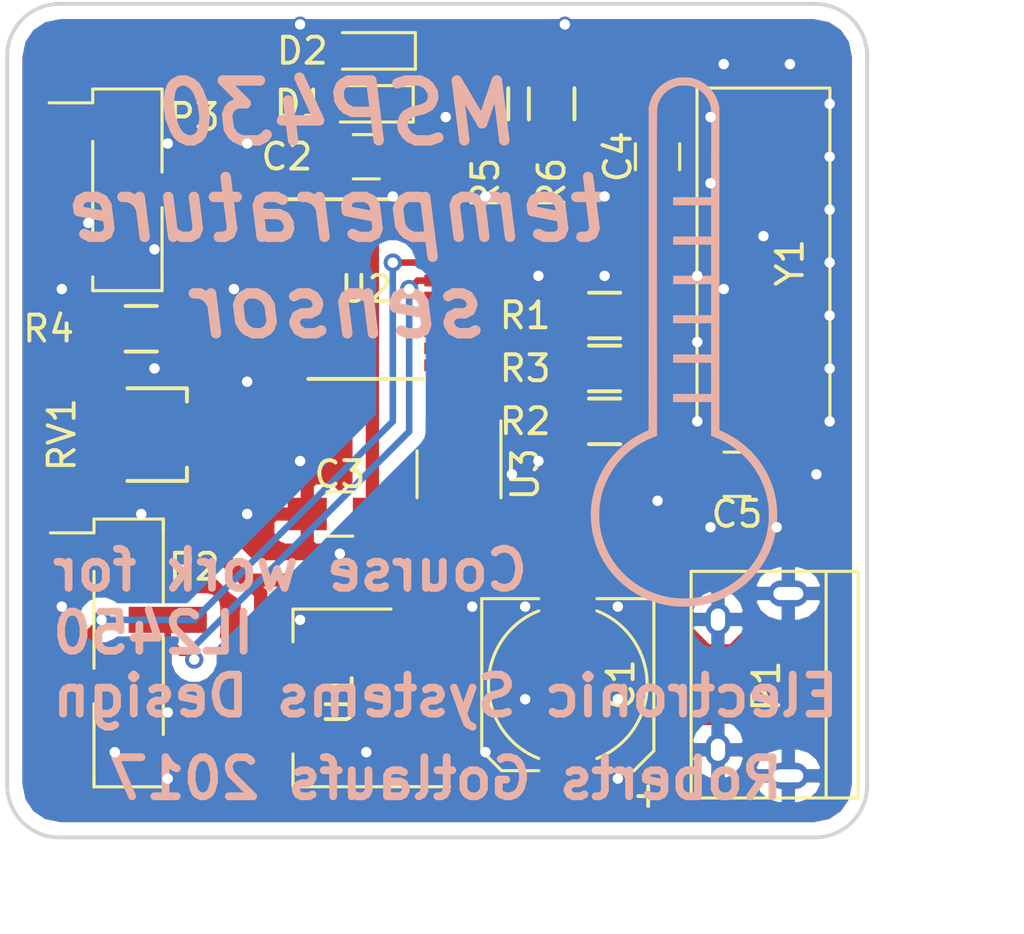
<source format=kicad_pcb>
(kicad_pcb (version 4) (host pcbnew 4.0.4-stable)

  (general
    (links 103)
    (no_connects 4)
    (area 130.924999 80.924999 164.075001 113.075001)
    (thickness 1.6)
    (drawings 13)
    (tracks 145)
    (zones 0)
    (modules 76)
    (nets 29)
  )

  (page A4)
  (title_block
    (title "Lab work for course IL2450 Electronic Systems Design")
    (date 2017-03-29)
    (rev 1.0)
    (company KTH)
    (comment 1 gotlaufs@kth.se)
    (comment 2 "Roberts Gotlaufs")
  )

  (layers
    (0 F.Cu signal)
    (31 B.Cu signal)
    (32 B.Adhes user)
    (33 F.Adhes user)
    (34 B.Paste user)
    (35 F.Paste user)
    (36 B.SilkS user)
    (37 F.SilkS user)
    (38 B.Mask user)
    (39 F.Mask user)
    (40 Dwgs.User user)
    (41 Cmts.User user)
    (42 Eco1.User user)
    (43 Eco2.User user)
    (44 Edge.Cuts user)
    (45 Margin user)
    (46 B.CrtYd user)
    (47 F.CrtYd user)
    (48 B.Fab user)
    (49 F.Fab user)
  )

  (setup
    (last_trace_width 0.254)
    (trace_clearance 0.1524)
    (zone_clearance 0.508)
    (zone_45_only no)
    (trace_min 0.2)
    (segment_width 0.2)
    (edge_width 0.15)
    (via_size 0.7)
    (via_drill 0.4)
    (via_min_size 0.4)
    (via_min_drill 0.3)
    (uvia_size 0.3)
    (uvia_drill 0.1)
    (uvias_allowed no)
    (uvia_min_size 0.2)
    (uvia_min_drill 0.1)
    (pcb_text_width 0.3)
    (pcb_text_size 1.5 1.5)
    (mod_edge_width 0.15)
    (mod_text_size 1 1)
    (mod_text_width 0.15)
    (pad_size 0.6 0.6)
    (pad_drill 0.4)
    (pad_to_mask_clearance 0.2)
    (aux_axis_origin 0 0)
    (visible_elements 7FFFFF7F)
    (pcbplotparams
      (layerselection 0x00010_00000000)
      (usegerberextensions false)
      (excludeedgelayer false)
      (linewidth 0.100000)
      (plotframeref true)
      (viasonmask false)
      (mode 1)
      (useauxorigin false)
      (hpglpennumber 1)
      (hpglpenspeed 20)
      (hpglpendiameter 15)
      (hpglpenoverlay 2)
      (psnegative false)
      (psa4output false)
      (plotreference true)
      (plotvalue true)
      (plotinvisibletext false)
      (padsonsilk false)
      (subtractmaskfromsilk false)
      (outputformat 4)
      (mirror true)
      (drillshape 2)
      (scaleselection 1)
      (outputdirectory exports/))
  )

  (net 0 "")
  (net 1 "Net-(C1-Pad1)")
  (net 2 GND)
  (net 3 +3V3)
  (net 4 "Net-(D1-Pad1)")
  (net 5 "Net-(D2-Pad1)")
  (net 6 "Net-(P1-Pad2)")
  (net 7 "Net-(P1-Pad3)")
  (net 8 "Net-(P1-Pad4)")
  (net 9 "Net-(P2-Pad3)")
  (net 10 "Net-(P2-Pad2)")
  (net 11 "Net-(P3-Pad1)")
  (net 12 "Net-(P3-Pad2)")
  (net 13 "Net-(R2-Pad2)")
  (net 14 "Net-(R3-Pad2)")
  (net 15 "Net-(R4-Pad1)")
  (net 16 "Net-(RV1-Pad2)")
  (net 17 "Net-(U2-Pad5)")
  (net 18 "Net-(U2-Pad7)")
  (net 19 "Net-(U2-Pad9)")
  (net 20 "Net-(U2-Pad10)")
  (net 21 "Net-(U2-Pad11)")
  (net 22 "Net-(U2-Pad12)")
  (net 23 "Net-(U2-Pad13)")
  (net 24 "Net-(U3-Pad5)")
  (net 25 "Net-(C4-Pad1)")
  (net 26 "Net-(C5-Pad1)")
  (net 27 LED_PIN)
  (net 28 "Net-(U2-Pad8)")

  (net_class Default "This is the default net class."
    (clearance 0.1524)
    (trace_width 0.254)
    (via_dia 0.7)
    (via_drill 0.4)
    (uvia_dia 0.3)
    (uvia_drill 0.1)
    (add_net LED_PIN)
    (add_net "Net-(C4-Pad1)")
    (add_net "Net-(C5-Pad1)")
    (add_net "Net-(D1-Pad1)")
    (add_net "Net-(D2-Pad1)")
    (add_net "Net-(P1-Pad2)")
    (add_net "Net-(P1-Pad3)")
    (add_net "Net-(P1-Pad4)")
    (add_net "Net-(P2-Pad2)")
    (add_net "Net-(P2-Pad3)")
    (add_net "Net-(P3-Pad1)")
    (add_net "Net-(P3-Pad2)")
    (add_net "Net-(R2-Pad2)")
    (add_net "Net-(R3-Pad2)")
    (add_net "Net-(R4-Pad1)")
    (add_net "Net-(RV1-Pad2)")
    (add_net "Net-(U2-Pad10)")
    (add_net "Net-(U2-Pad11)")
    (add_net "Net-(U2-Pad12)")
    (add_net "Net-(U2-Pad13)")
    (add_net "Net-(U2-Pad5)")
    (add_net "Net-(U2-Pad7)")
    (add_net "Net-(U2-Pad8)")
    (add_net "Net-(U2-Pad9)")
    (add_net "Net-(U3-Pad5)")
  )

  (net_class Power ""
    (clearance 0.1524)
    (trace_width 0.508)
    (via_dia 0.7)
    (via_drill 0.4)
    (uvia_dia 0.3)
    (uvia_drill 0.1)
    (add_net +3V3)
    (add_net GND)
    (add_net "Net-(C1-Pad1)")
  )

  (module il2450_lab1_footprints:VIA-0.4mm (layer F.Cu) (tedit 58DD192E) (tstamp 58DD1B86)
    (at 150.876 107.696)
    (tags "via; stich")
    (fp_text reference REF** (at 0 1.27) (layer F.SilkS) hide
      (effects (font (size 1 1) (thickness 0.15)))
    )
    (fp_text value VIA-0.4mm (at 0 -1.27) (layer F.Fab) hide
      (effects (font (size 1 1) (thickness 0.15)))
    )
    (pad 1 thru_hole circle (at 0 0) (size 0.6 0.6) (drill 0.4) (layers *.Cu)
      (net 2 GND) (zone_connect 2))
  )

  (module il2450_lab1_footprints:VIA-0.4mm (layer F.Cu) (tedit 58DD192E) (tstamp 58DD1B82)
    (at 154.432 107.696)
    (tags "via; stich")
    (fp_text reference REF** (at 0 1.27) (layer F.SilkS) hide
      (effects (font (size 1 1) (thickness 0.15)))
    )
    (fp_text value VIA-0.4mm (at 0 -1.27) (layer F.Fab) hide
      (effects (font (size 1 1) (thickness 0.15)))
    )
    (pad 1 thru_hole circle (at 0 0) (size 0.6 0.6) (drill 0.4) (layers *.Cu)
      (net 2 GND) (zone_connect 2))
  )

  (module il2450_lab1_footprints:VIA-0.4mm (layer F.Cu) (tedit 58DD192E) (tstamp 58DD1B7E)
    (at 148.844 104.14)
    (tags "via; stich")
    (fp_text reference REF** (at 0 1.27) (layer F.SilkS) hide
      (effects (font (size 1 1) (thickness 0.15)))
    )
    (fp_text value VIA-0.4mm (at 0 -1.27) (layer F.Fab) hide
      (effects (font (size 1 1) (thickness 0.15)))
    )
    (pad 1 thru_hole circle (at 0 0) (size 0.6 0.6) (drill 0.4) (layers *.Cu)
      (net 2 GND) (zone_connect 2))
  )

  (module il2450_lab1_footprints:VIA-0.4mm (layer F.Cu) (tedit 58DD192E) (tstamp 58DD1B68)
    (at 147.828 85.344)
    (tags "via; stich")
    (fp_text reference REF** (at 0 1.27) (layer F.SilkS) hide
      (effects (font (size 1 1) (thickness 0.15)))
    )
    (fp_text value VIA-0.4mm (at 0 -1.27) (layer F.Fab) hide
      (effects (font (size 1 1) (thickness 0.15)))
    )
    (pad 1 thru_hole circle (at 0 0) (size 0.6 0.6) (drill 0.4) (layers *.Cu)
      (net 2 GND) (zone_connect 2))
  )

  (module il2450_lab1_footprints:VIA-0.4mm (layer F.Cu) (tedit 58DD192E) (tstamp 58DD1B61)
    (at 137.16 86.36)
    (tags "via; stich")
    (fp_text reference REF** (at 0 1.27) (layer F.SilkS) hide
      (effects (font (size 1 1) (thickness 0.15)))
    )
    (fp_text value VIA-0.4mm (at 0 -1.27) (layer F.Fab) hide
      (effects (font (size 1 1) (thickness 0.15)))
    )
    (pad 1 thru_hole circle (at 0 0) (size 0.6 0.6) (drill 0.4) (layers *.Cu)
      (net 2 GND) (zone_connect 2))
  )

  (module il2450_lab1_footprints:VIA-0.4mm (layer F.Cu) (tedit 58DD192E) (tstamp 58DD1B59)
    (at 140.208 95.504)
    (tags "via; stich")
    (fp_text reference REF** (at 0 1.27) (layer F.SilkS) hide
      (effects (font (size 1 1) (thickness 0.15)))
    )
    (fp_text value VIA-0.4mm (at 0 -1.27) (layer F.Fab) hide
      (effects (font (size 1 1) (thickness 0.15)))
    )
    (pad 1 thru_hole circle (at 0 0) (size 0.6 0.6) (drill 0.4) (layers *.Cu)
      (net 2 GND) (zone_connect 2))
  )

  (module il2450_lab1_footprints:VIA-0.4mm (layer F.Cu) (tedit 58DD192E) (tstamp 58DD1B4C)
    (at 157.988 85.344)
    (tags "via; stich")
    (fp_text reference REF** (at 0 1.27) (layer F.SilkS) hide
      (effects (font (size 1 1) (thickness 0.15)))
    )
    (fp_text value VIA-0.4mm (at 0 -1.27) (layer F.Fab) hide
      (effects (font (size 1 1) (thickness 0.15)))
    )
    (pad 1 thru_hole circle (at 0 0) (size 0.6 0.6) (drill 0.4) (layers *.Cu)
      (net 2 GND) (zone_connect 2))
  )

  (module il2450_lab1_footprints:VIA-0.4mm (layer F.Cu) (tedit 58DD192E) (tstamp 58DD1B48)
    (at 157.48 93.98)
    (tags "via; stich")
    (fp_text reference REF** (at 0 1.27) (layer F.SilkS) hide
      (effects (font (size 1 1) (thickness 0.15)))
    )
    (fp_text value VIA-0.4mm (at 0 -1.27) (layer F.Fab) hide
      (effects (font (size 1 1) (thickness 0.15)))
    )
    (pad 1 thru_hole circle (at 0 0) (size 0.6 0.6) (drill 0.4) (layers *.Cu)
      (net 2 GND) (zone_connect 2))
  )

  (module il2450_lab1_footprints:VIA-0.4mm (layer F.Cu) (tedit 58DD192E) (tstamp 58DD1B38)
    (at 149.352 88.392)
    (tags "via; stich")
    (fp_text reference REF** (at 0 1.27) (layer F.SilkS) hide
      (effects (font (size 1 1) (thickness 0.15)))
    )
    (fp_text value VIA-0.4mm (at 0 -1.27) (layer F.Fab) hide
      (effects (font (size 1 1) (thickness 0.15)))
    )
    (pad 1 thru_hole circle (at 0 0) (size 0.6 0.6) (drill 0.4) (layers *.Cu)
      (net 2 GND) (zone_connect 2))
  )

  (module il2450_lab1_footprints:VIA-0.4mm (layer F.Cu) (tedit 58DD192E) (tstamp 58DD1A39)
    (at 133.096 104.14)
    (tags "via; stich")
    (fp_text reference REF** (at 0 1.27) (layer F.SilkS) hide
      (effects (font (size 1 1) (thickness 0.15)))
    )
    (fp_text value VIA-0.4mm (at 0 -1.27) (layer F.Fab) hide
      (effects (font (size 1 1) (thickness 0.15)))
    )
    (pad 1 thru_hole circle (at 0 0) (size 0.6 0.6) (drill 0.4) (layers *.Cu)
      (net 2 GND) (zone_connect 2))
  )

  (module il2450_lab1_footprints:VIA-0.4mm (layer F.Cu) (tedit 58DD192E) (tstamp 58DD1A35)
    (at 136.144 100.584)
    (tags "via; stich")
    (fp_text reference REF** (at 0 1.27) (layer F.SilkS) hide
      (effects (font (size 1 1) (thickness 0.15)))
    )
    (fp_text value VIA-0.4mm (at 0 -1.27) (layer F.Fab) hide
      (effects (font (size 1 1) (thickness 0.15)))
    )
    (pad 1 thru_hole circle (at 0 0) (size 0.6 0.6) (drill 0.4) (layers *.Cu)
      (net 2 GND) (zone_connect 2))
  )

  (module il2450_lab1_footprints:VIA-0.4mm (layer F.Cu) (tedit 58DD192E) (tstamp 58DD1A31)
    (at 136.652 94.996)
    (tags "via; stich")
    (fp_text reference REF** (at 0 1.27) (layer F.SilkS) hide
      (effects (font (size 1 1) (thickness 0.15)))
    )
    (fp_text value VIA-0.4mm (at 0 -1.27) (layer F.Fab) hide
      (effects (font (size 1 1) (thickness 0.15)))
    )
    (pad 1 thru_hole circle (at 0 0) (size 0.6 0.6) (drill 0.4) (layers *.Cu)
      (net 2 GND) (zone_connect 2))
  )

  (module il2450_lab1_footprints:VIA-0.4mm (layer F.Cu) (tedit 58DD192E) (tstamp 58DD1A2D)
    (at 139.7 91.948)
    (tags "via; stich")
    (fp_text reference REF** (at 0 1.27) (layer F.SilkS) hide
      (effects (font (size 1 1) (thickness 0.15)))
    )
    (fp_text value VIA-0.4mm (at 0 -1.27) (layer F.Fab) hide
      (effects (font (size 1 1) (thickness 0.15)))
    )
    (pad 1 thru_hole circle (at 0 0) (size 0.6 0.6) (drill 0.4) (layers *.Cu)
      (net 2 GND) (zone_connect 2))
  )

  (module il2450_lab1_footprints:VIA-0.4mm (layer F.Cu) (tedit 58DD192E) (tstamp 58DD1A29)
    (at 140.208 86.36)
    (tags "via; stich")
    (fp_text reference REF** (at 0 1.27) (layer F.SilkS) hide
      (effects (font (size 1 1) (thickness 0.15)))
    )
    (fp_text value VIA-0.4mm (at 0 -1.27) (layer F.Fab) hide
      (effects (font (size 1 1) (thickness 0.15)))
    )
    (pad 1 thru_hole circle (at 0 0) (size 0.6 0.6) (drill 0.4) (layers *.Cu)
      (net 2 GND) (zone_connect 2))
  )

  (module il2450_lab1_footprints:VIA-0.4mm (layer F.Cu) (tedit 58DD192E) (tstamp 58DD1A25)
    (at 154.432 110.744)
    (tags "via; stich")
    (fp_text reference REF** (at 0 1.27) (layer F.SilkS) hide
      (effects (font (size 1 1) (thickness 0.15)))
    )
    (fp_text value VIA-0.4mm (at 0 -1.27) (layer F.Fab) hide
      (effects (font (size 1 1) (thickness 0.15)))
    )
    (pad 1 thru_hole circle (at 0 0) (size 0.6 0.6) (drill 0.4) (layers *.Cu)
      (net 2 GND) (zone_connect 2))
  )

  (module il2450_lab1_footprints:VIA-0.4mm (layer F.Cu) (tedit 58DD192E) (tstamp 58DD1A20)
    (at 142.24 104.648)
    (tags "via; stich")
    (fp_text reference REF** (at 0 1.27) (layer F.SilkS) hide
      (effects (font (size 1 1) (thickness 0.15)))
    )
    (fp_text value VIA-0.4mm (at 0 -1.27) (layer F.Fab) hide
      (effects (font (size 1 1) (thickness 0.15)))
    )
    (pad 1 thru_hole circle (at 0 0) (size 0.6 0.6) (drill 0.4) (layers *.Cu)
      (net 2 GND) (zone_connect 2))
  )

  (module il2450_lab1_footprints:VIA-0.4mm (layer F.Cu) (tedit 58DD192E) (tstamp 58DD19E3)
    (at 135.128 109.728)
    (tags "via; stich")
    (fp_text reference REF** (at 0 1.27) (layer F.SilkS) hide
      (effects (font (size 1 1) (thickness 0.15)))
    )
    (fp_text value VIA-0.4mm (at 0 -1.27) (layer F.Fab) hide
      (effects (font (size 1 1) (thickness 0.15)))
    )
    (pad 1 thru_hole circle (at 0 0) (size 0.6 0.6) (drill 0.4) (layers *.Cu)
      (net 2 GND) (zone_connect 2))
  )

  (module il2450_lab1_footprints:VIA-0.4mm (layer F.Cu) (tedit 58DD192E) (tstamp 58DD19DF)
    (at 137.16 108.204)
    (tags "via; stich")
    (fp_text reference REF** (at 0 1.27) (layer F.SilkS) hide
      (effects (font (size 1 1) (thickness 0.15)))
    )
    (fp_text value VIA-0.4mm (at 0 -1.27) (layer F.Fab) hide
      (effects (font (size 1 1) (thickness 0.15)))
    )
    (pad 1 thru_hole circle (at 0 0) (size 0.6 0.6) (drill 0.4) (layers *.Cu)
      (net 2 GND) (zone_connect 2))
  )

  (module il2450_lab1_footprints:VIA-0.4mm (layer F.Cu) (tedit 58DD192E) (tstamp 58DD19DB)
    (at 137.16 110.744)
    (tags "via; stich")
    (fp_text reference REF** (at 0 1.27) (layer F.SilkS) hide
      (effects (font (size 1 1) (thickness 0.15)))
    )
    (fp_text value VIA-0.4mm (at 0 -1.27) (layer F.Fab) hide
      (effects (font (size 1 1) (thickness 0.15)))
    )
    (pad 1 thru_hole circle (at 0 0) (size 0.6 0.6) (drill 0.4) (layers *.Cu)
      (net 2 GND) (zone_connect 2))
  )

  (module il2450_lab1_footprints:VIA-0.4mm (layer F.Cu) (tedit 58DD192E) (tstamp 58DD19D7)
    (at 133.096 91.948)
    (tags "via; stich")
    (fp_text reference REF** (at 0 1.27) (layer F.SilkS) hide
      (effects (font (size 1 1) (thickness 0.15)))
    )
    (fp_text value VIA-0.4mm (at 0 -1.27) (layer F.Fab) hide
      (effects (font (size 1 1) (thickness 0.15)))
    )
    (pad 1 thru_hole circle (at 0 0) (size 0.6 0.6) (drill 0.4) (layers *.Cu)
      (net 2 GND) (zone_connect 2))
  )

  (module il2450_lab1_footprints:VIA-0.4mm (layer F.Cu) (tedit 58DD192E) (tstamp 58DD19D3)
    (at 134.112 89.408)
    (tags "via; stich")
    (fp_text reference REF** (at 0 1.27) (layer F.SilkS) hide
      (effects (font (size 1 1) (thickness 0.15)))
    )
    (fp_text value VIA-0.4mm (at 0 -1.27) (layer F.Fab) hide
      (effects (font (size 1 1) (thickness 0.15)))
    )
    (pad 1 thru_hole circle (at 0 0) (size 0.6 0.6) (drill 0.4) (layers *.Cu)
      (net 2 GND) (zone_connect 2))
  )

  (module il2450_lab1_footprints:VIA-0.4mm (layer F.Cu) (tedit 58DD192E) (tstamp 58DD19CF)
    (at 136.652 90.424)
    (tags "via; stich")
    (fp_text reference REF** (at 0 1.27) (layer F.SilkS) hide
      (effects (font (size 1 1) (thickness 0.15)))
    )
    (fp_text value VIA-0.4mm (at 0 -1.27) (layer F.Fab) hide
      (effects (font (size 1 1) (thickness 0.15)))
    )
    (pad 1 thru_hole circle (at 0 0) (size 0.6 0.6) (drill 0.4) (layers *.Cu)
      (net 2 GND) (zone_connect 2))
  )

  (module il2450_lab1_footprints:VIA-0.4mm (layer F.Cu) (tedit 58DD192E) (tstamp 58DD19BE)
    (at 143.764 102.108)
    (tags "via; stich")
    (fp_text reference REF** (at 0 1.27) (layer F.SilkS) hide
      (effects (font (size 1 1) (thickness 0.15)))
    )
    (fp_text value VIA-0.4mm (at 0 -1.27) (layer F.Fab) hide
      (effects (font (size 1 1) (thickness 0.15)))
    )
    (pad 1 thru_hole circle (at 0 0) (size 0.6 0.6) (drill 0.4) (layers *.Cu)
      (net 2 GND) (zone_connect 2))
  )

  (module il2450_lab1_footprints:VIA-0.4mm (layer F.Cu) (tedit 58DD192E) (tstamp 58DD19BA)
    (at 140.208 100.584)
    (tags "via; stich")
    (fp_text reference REF** (at 0 1.27) (layer F.SilkS) hide
      (effects (font (size 1 1) (thickness 0.15)))
    )
    (fp_text value VIA-0.4mm (at 0 -1.27) (layer F.Fab) hide
      (effects (font (size 1 1) (thickness 0.15)))
    )
    (pad 1 thru_hole circle (at 0 0) (size 0.6 0.6) (drill 0.4) (layers *.Cu)
      (net 2 GND) (zone_connect 2))
  )

  (module il2450_lab1_footprints:VIA-0.4mm (layer F.Cu) (tedit 58DD192E) (tstamp 58DD19B6)
    (at 142.24 98.552)
    (tags "via; stich")
    (fp_text reference REF** (at 0 1.27) (layer F.SilkS) hide
      (effects (font (size 1 1) (thickness 0.15)))
    )
    (fp_text value VIA-0.4mm (at 0 -1.27) (layer F.Fab) hide
      (effects (font (size 1 1) (thickness 0.15)))
    )
    (pad 1 thru_hole circle (at 0 0) (size 0.6 0.6) (drill 0.4) (layers *.Cu)
      (net 2 GND) (zone_connect 2))
  )

  (module il2450_lab1_footprints:VIA-0.4mm (layer F.Cu) (tedit 58DD192E) (tstamp 58DD19B2)
    (at 150.368 99.06)
    (tags "via; stich")
    (fp_text reference REF** (at 0 1.27) (layer F.SilkS) hide
      (effects (font (size 1 1) (thickness 0.15)))
    )
    (fp_text value VIA-0.4mm (at 0 -1.27) (layer F.Fab) hide
      (effects (font (size 1 1) (thickness 0.15)))
    )
    (pad 1 thru_hole circle (at 0 0) (size 0.6 0.6) (drill 0.4) (layers *.Cu)
      (net 2 GND) (zone_connect 2))
  )

  (module il2450_lab1_footprints:VIA-0.4mm (layer F.Cu) (tedit 58DD192E) (tstamp 58DD19AE)
    (at 154.432 104.14)
    (tags "via; stich")
    (fp_text reference REF** (at 0 1.27) (layer F.SilkS) hide
      (effects (font (size 1 1) (thickness 0.15)))
    )
    (fp_text value VIA-0.4mm (at 0 -1.27) (layer F.Fab) hide
      (effects (font (size 1 1) (thickness 0.15)))
    )
    (pad 1 thru_hole circle (at 0 0) (size 0.6 0.6) (drill 0.4) (layers *.Cu)
      (net 2 GND) (zone_connect 2))
  )

  (module il2450_lab1_footprints:VIA-0.4mm (layer F.Cu) (tedit 58DD192E) (tstamp 58DD19AA)
    (at 150.876 104.14)
    (tags "via; stich")
    (fp_text reference REF** (at 0 1.27) (layer F.SilkS) hide
      (effects (font (size 1 1) (thickness 0.15)))
    )
    (fp_text value VIA-0.4mm (at 0 -1.27) (layer F.Fab) hide
      (effects (font (size 1 1) (thickness 0.15)))
    )
    (pad 1 thru_hole circle (at 0 0) (size 0.6 0.6) (drill 0.4) (layers *.Cu)
      (net 2 GND) (zone_connect 2))
  )

  (module il2450_lab1_footprints:VIA-0.4mm (layer F.Cu) (tedit 58DD192E) (tstamp 58DD19A6)
    (at 149.352 109.728)
    (tags "via; stich")
    (fp_text reference REF** (at 0 1.27) (layer F.SilkS) hide
      (effects (font (size 1 1) (thickness 0.15)))
    )
    (fp_text value VIA-0.4mm (at 0 -1.27) (layer F.Fab) hide
      (effects (font (size 1 1) (thickness 0.15)))
    )
    (pad 1 thru_hole circle (at 0 0) (size 0.6 0.6) (drill 0.4) (layers *.Cu)
      (net 2 GND) (zone_connect 2))
  )

  (module il2450_lab1_footprints:VIA-0.4mm (layer F.Cu) (tedit 58DD192E) (tstamp 58DD19A2)
    (at 144.78 109.728)
    (tags "via; stich")
    (fp_text reference REF** (at 0 1.27) (layer F.SilkS) hide
      (effects (font (size 1 1) (thickness 0.15)))
    )
    (fp_text value VIA-0.4mm (at 0 -1.27) (layer F.Fab) hide
      (effects (font (size 1 1) (thickness 0.15)))
    )
    (pad 1 thru_hole circle (at 0 0) (size 0.6 0.6) (drill 0.4) (layers *.Cu)
      (net 2 GND) (zone_connect 2))
  )

  (module il2450_lab1_footprints:VIA-0.4mm (layer F.Cu) (tedit 58DD192E) (tstamp 58DD199E)
    (at 145.796 88.392)
    (tags "via; stich")
    (fp_text reference REF** (at 0 1.27) (layer F.SilkS) hide
      (effects (font (size 1 1) (thickness 0.15)))
    )
    (fp_text value VIA-0.4mm (at 0 -1.27) (layer F.Fab) hide
      (effects (font (size 1 1) (thickness 0.15)))
    )
    (pad 1 thru_hole circle (at 0 0) (size 0.6 0.6) (drill 0.4) (layers *.Cu)
      (net 2 GND) (zone_connect 2))
  )

  (module il2450_lab1_footprints:VIA-0.4mm (layer F.Cu) (tedit 58DD192E) (tstamp 58DD199A)
    (at 157.48 97.028)
    (tags "via; stich")
    (fp_text reference REF** (at 0 1.27) (layer F.SilkS) hide
      (effects (font (size 1 1) (thickness 0.15)))
    )
    (fp_text value VIA-0.4mm (at 0 -1.27) (layer F.Fab) hide
      (effects (font (size 1 1) (thickness 0.15)))
    )
    (pad 1 thru_hole circle (at 0 0) (size 0.6 0.6) (drill 0.4) (layers *.Cu)
      (net 2 GND) (zone_connect 2))
  )

  (module il2450_lab1_footprints:VIA-0.4mm (layer F.Cu) (tedit 58DD192E) (tstamp 58DD1996)
    (at 155.956 100.076)
    (tags "via; stich")
    (fp_text reference REF** (at 0 1.27) (layer F.SilkS) hide
      (effects (font (size 1 1) (thickness 0.15)))
    )
    (fp_text value VIA-0.4mm (at 0 -1.27) (layer F.Fab) hide
      (effects (font (size 1 1) (thickness 0.15)))
    )
    (pad 1 thru_hole circle (at 0 0) (size 0.6 0.6) (drill 0.4) (layers *.Cu)
      (net 2 GND) (zone_connect 2))
  )

  (module il2450_lab1_footprints:VIA-0.4mm (layer F.Cu) (tedit 58DD192E) (tstamp 58DD1992)
    (at 157.988 101.092)
    (tags "via; stich")
    (fp_text reference REF** (at 0 1.27) (layer F.SilkS) hide
      (effects (font (size 1 1) (thickness 0.15)))
    )
    (fp_text value VIA-0.4mm (at 0 -1.27) (layer F.Fab) hide
      (effects (font (size 1 1) (thickness 0.15)))
    )
    (pad 1 thru_hole circle (at 0 0) (size 0.6 0.6) (drill 0.4) (layers *.Cu)
      (net 2 GND) (zone_connect 2))
  )

  (module il2450_lab1_footprints:VIA-0.4mm (layer F.Cu) (tedit 58DD192E) (tstamp 58DD198E)
    (at 160.528 101.092)
    (tags "via; stich")
    (fp_text reference REF** (at 0 1.27) (layer F.SilkS) hide
      (effects (font (size 1 1) (thickness 0.15)))
    )
    (fp_text value VIA-0.4mm (at 0 -1.27) (layer F.Fab) hide
      (effects (font (size 1 1) (thickness 0.15)))
    )
    (pad 1 thru_hole circle (at 0 0) (size 0.6 0.6) (drill 0.4) (layers *.Cu)
      (net 2 GND) (zone_connect 2))
  )

  (module il2450_lab1_footprints:VIA-0.4mm (layer F.Cu) (tedit 58DD192E) (tstamp 58DD198A)
    (at 162.052 99.06)
    (tags "via; stich")
    (fp_text reference REF** (at 0 1.27) (layer F.SilkS) hide
      (effects (font (size 1 1) (thickness 0.15)))
    )
    (fp_text value VIA-0.4mm (at 0 -1.27) (layer F.Fab) hide
      (effects (font (size 1 1) (thickness 0.15)))
    )
    (pad 1 thru_hole circle (at 0 0) (size 0.6 0.6) (drill 0.4) (layers *.Cu)
      (net 2 GND) (zone_connect 2))
  )

  (module il2450_lab1_footprints:VIA-0.4mm (layer F.Cu) (tedit 58DD192E) (tstamp 58DD1986)
    (at 160.02 89.916)
    (tags "via; stich")
    (fp_text reference REF** (at 0 1.27) (layer F.SilkS) hide
      (effects (font (size 1 1) (thickness 0.15)))
    )
    (fp_text value VIA-0.4mm (at 0 -1.27) (layer F.Fab) hide
      (effects (font (size 1 1) (thickness 0.15)))
    )
    (pad 1 thru_hole circle (at 0 0) (size 0.6 0.6) (drill 0.4) (layers *.Cu)
      (net 2 GND) (zone_connect 2))
  )

  (module il2450_lab1_footprints:VIA-0.4mm (layer F.Cu) (tedit 58DD192E) (tstamp 58DD1982)
    (at 158.496 91.948)
    (tags "via; stich")
    (fp_text reference REF** (at 0 1.27) (layer F.SilkS) hide
      (effects (font (size 1 1) (thickness 0.15)))
    )
    (fp_text value VIA-0.4mm (at 0 -1.27) (layer F.Fab) hide
      (effects (font (size 1 1) (thickness 0.15)))
    )
    (pad 1 thru_hole circle (at 0 0) (size 0.6 0.6) (drill 0.4) (layers *.Cu)
      (net 2 GND) (zone_connect 2))
  )

  (module il2450_lab1_footprints:VIA-0.4mm (layer F.Cu) (tedit 58DD192E) (tstamp 58DD197E)
    (at 157.988 87.884)
    (tags "via; stich")
    (fp_text reference REF** (at 0 1.27) (layer F.SilkS) hide
      (effects (font (size 1 1) (thickness 0.15)))
    )
    (fp_text value VIA-0.4mm (at 0 -1.27) (layer F.Fab) hide
      (effects (font (size 1 1) (thickness 0.15)))
    )
    (pad 1 thru_hole circle (at 0 0) (size 0.6 0.6) (drill 0.4) (layers *.Cu)
      (net 2 GND) (zone_connect 2))
  )

  (module il2450_lab1_footprints:VIA-0.4mm (layer F.Cu) (tedit 58DD192E) (tstamp 58DD197A)
    (at 158.496 83.312)
    (tags "via; stich")
    (fp_text reference REF** (at 0 1.27) (layer F.SilkS) hide
      (effects (font (size 1 1) (thickness 0.15)))
    )
    (fp_text value VIA-0.4mm (at 0 -1.27) (layer F.Fab) hide
      (effects (font (size 1 1) (thickness 0.15)))
    )
    (pad 1 thru_hole circle (at 0 0) (size 0.6 0.6) (drill 0.4) (layers *.Cu)
      (net 2 GND) (zone_connect 2))
  )

  (module il2450_lab1_footprints:VIA-0.4mm (layer F.Cu) (tedit 58DD192E) (tstamp 58DD1976)
    (at 161.036 83.312)
    (tags "via; stich")
    (fp_text reference REF** (at 0 1.27) (layer F.SilkS) hide
      (effects (font (size 1 1) (thickness 0.15)))
    )
    (fp_text value VIA-0.4mm (at 0 -1.27) (layer F.Fab) hide
      (effects (font (size 1 1) (thickness 0.15)))
    )
    (pad 1 thru_hole circle (at 0 0) (size 0.6 0.6) (drill 0.4) (layers *.Cu)
      (net 2 GND) (zone_connect 2))
  )

  (module il2450_lab1_footprints:VIA-0.4mm (layer F.Cu) (tedit 58DD192E) (tstamp 58DD1972)
    (at 162.56 84.836)
    (tags "via; stich")
    (fp_text reference REF** (at 0 1.27) (layer F.SilkS) hide
      (effects (font (size 1 1) (thickness 0.15)))
    )
    (fp_text value VIA-0.4mm (at 0 -1.27) (layer F.Fab) hide
      (effects (font (size 1 1) (thickness 0.15)))
    )
    (pad 1 thru_hole circle (at 0 0) (size 0.6 0.6) (drill 0.4) (layers *.Cu)
      (net 2 GND) (zone_connect 2))
  )

  (module il2450_lab1_footprints:VIA-0.4mm (layer F.Cu) (tedit 58DD192E) (tstamp 58DD196E)
    (at 162.56 86.868)
    (tags "via; stich")
    (fp_text reference REF** (at 0 1.27) (layer F.SilkS) hide
      (effects (font (size 1 1) (thickness 0.15)))
    )
    (fp_text value VIA-0.4mm (at 0 -1.27) (layer F.Fab) hide
      (effects (font (size 1 1) (thickness 0.15)))
    )
    (pad 1 thru_hole circle (at 0 0) (size 0.6 0.6) (drill 0.4) (layers *.Cu)
      (net 2 GND) (zone_connect 2))
  )

  (module il2450_lab1_footprints:VIA-0.4mm (layer F.Cu) (tedit 58DD192E) (tstamp 58DD196A)
    (at 162.56 88.9)
    (tags "via; stich")
    (fp_text reference REF** (at 0 1.27) (layer F.SilkS) hide
      (effects (font (size 1 1) (thickness 0.15)))
    )
    (fp_text value VIA-0.4mm (at 0 -1.27) (layer F.Fab) hide
      (effects (font (size 1 1) (thickness 0.15)))
    )
    (pad 1 thru_hole circle (at 0 0) (size 0.6 0.6) (drill 0.4) (layers *.Cu)
      (net 2 GND) (zone_connect 2))
  )

  (module il2450_lab1_footprints:VIA-0.4mm (layer F.Cu) (tedit 58DD192E) (tstamp 58DD1966)
    (at 162.56 90.932)
    (tags "via; stich")
    (fp_text reference REF** (at 0 1.27) (layer F.SilkS) hide
      (effects (font (size 1 1) (thickness 0.15)))
    )
    (fp_text value VIA-0.4mm (at 0 -1.27) (layer F.Fab) hide
      (effects (font (size 1 1) (thickness 0.15)))
    )
    (pad 1 thru_hole circle (at 0 0) (size 0.6 0.6) (drill 0.4) (layers *.Cu)
      (net 2 GND) (zone_connect 2))
  )

  (module il2450_lab1_footprints:VIA-0.4mm (layer F.Cu) (tedit 58DD192E) (tstamp 58DD1962)
    (at 162.56 92.964)
    (tags "via; stich")
    (fp_text reference REF** (at 0 1.27) (layer F.SilkS) hide
      (effects (font (size 1 1) (thickness 0.15)))
    )
    (fp_text value VIA-0.4mm (at 0 -1.27) (layer F.Fab) hide
      (effects (font (size 1 1) (thickness 0.15)))
    )
    (pad 1 thru_hole circle (at 0 0) (size 0.6 0.6) (drill 0.4) (layers *.Cu)
      (net 2 GND) (zone_connect 2))
  )

  (module il2450_lab1_footprints:VIA-0.4mm (layer F.Cu) (tedit 58DD192E) (tstamp 58DD195E)
    (at 162.56 94.996)
    (tags "via; stich")
    (fp_text reference REF** (at 0 1.27) (layer F.SilkS) hide
      (effects (font (size 1 1) (thickness 0.15)))
    )
    (fp_text value VIA-0.4mm (at 0 -1.27) (layer F.Fab) hide
      (effects (font (size 1 1) (thickness 0.15)))
    )
    (pad 1 thru_hole circle (at 0 0) (size 0.6 0.6) (drill 0.4) (layers *.Cu)
      (net 2 GND) (zone_connect 2))
  )

  (module il2450_lab1_footprints:VIA-0.4mm (layer F.Cu) (tedit 58DD192E) (tstamp 58DD195A)
    (at 162.56 97.028)
    (tags "via; stich")
    (fp_text reference REF** (at 0 1.27) (layer F.SilkS) hide
      (effects (font (size 1 1) (thickness 0.15)))
    )
    (fp_text value VIA-0.4mm (at 0 -1.27) (layer F.Fab) hide
      (effects (font (size 1 1) (thickness 0.15)))
    )
    (pad 1 thru_hole circle (at 0 0) (size 0.6 0.6) (drill 0.4) (layers *.Cu)
      (net 2 GND) (zone_connect 2))
  )

  (module il2450_lab1_footprints:VIA-0.4mm (layer F.Cu) (tedit 58DD192E) (tstamp 58DD1956)
    (at 157.48 91.44)
    (tags "via; stich")
    (fp_text reference REF** (at 0 1.27) (layer F.SilkS) hide
      (effects (font (size 1 1) (thickness 0.15)))
    )
    (fp_text value VIA-0.4mm (at 0 -1.27) (layer F.Fab) hide
      (effects (font (size 1 1) (thickness 0.15)))
    )
    (pad 1 thru_hole circle (at 0 0) (size 0.6 0.6) (drill 0.4) (layers *.Cu)
      (net 2 GND) (zone_connect 2))
  )

  (module il2450_lab1_footprints:VIA-0.4mm (layer F.Cu) (tedit 58DD192E) (tstamp 58DD1952)
    (at 153.924 91.44)
    (tags "via; stich")
    (fp_text reference REF** (at 0 1.27) (layer F.SilkS) hide
      (effects (font (size 1 1) (thickness 0.15)))
    )
    (fp_text value VIA-0.4mm (at 0 -1.27) (layer F.Fab) hide
      (effects (font (size 1 1) (thickness 0.15)))
    )
    (pad 1 thru_hole circle (at 0 0) (size 0.6 0.6) (drill 0.4) (layers *.Cu)
      (net 2 GND) (zone_connect 2))
  )

  (module il2450_lab1_footprints:VIA-0.4mm (layer F.Cu) (tedit 58DD192E) (tstamp 58DD194E)
    (at 151.384 91.44)
    (tags "via; stich")
    (fp_text reference REF** (at 0 1.27) (layer F.SilkS) hide
      (effects (font (size 1 1) (thickness 0.15)))
    )
    (fp_text value VIA-0.4mm (at 0 -1.27) (layer F.Fab) hide
      (effects (font (size 1 1) (thickness 0.15)))
    )
    (pad 1 thru_hole circle (at 0 0) (size 0.6 0.6) (drill 0.4) (layers *.Cu)
      (net 2 GND) (zone_connect 2))
  )

  (module il2450_lab1_footprints:VIA-0.4mm (layer F.Cu) (tedit 58DD192E) (tstamp 58DD1947)
    (at 153.924 88.392)
    (tags "via; stich")
    (fp_text reference REF** (at 0 1.27) (layer F.SilkS) hide
      (effects (font (size 1 1) (thickness 0.15)))
    )
    (fp_text value VIA-0.4mm (at 0 -1.27) (layer F.Fab) hide
      (effects (font (size 1 1) (thickness 0.15)))
    )
    (pad 1 thru_hole circle (at 0 0) (size 0.6 0.6) (drill 0.4) (layers *.Cu)
      (net 2 GND) (zone_connect 2))
  )

  (module il2450_lab1_footprints:VIA-0.4mm (layer F.Cu) (tedit 58DD192E) (tstamp 58DD1942)
    (at 142.24 81.788)
    (tags "via; stich")
    (fp_text reference REF** (at 0 1.27) (layer F.SilkS) hide
      (effects (font (size 1 1) (thickness 0.15)))
    )
    (fp_text value VIA-0.4mm (at 0 -1.27) (layer F.Fab) hide
      (effects (font (size 1 1) (thickness 0.15)))
    )
    (pad 1 thru_hole circle (at 0 0) (size 0.6 0.6) (drill 0.4) (layers *.Cu)
      (net 2 GND) (zone_connect 2))
  )

  (module Connect:USB_Micro-B (layer F.Cu) (tedit 5543E447) (tstamp 58DBEA70)
    (at 159.624548 107.13651 90)
    (descr "Micro USB Type B Receptacle")
    (tags "USB USB_B USB_micro USB_OTG")
    (path /58DBD5C2)
    (attr smd)
    (fp_text reference P1 (at -0.05149 0.508 90) (layer F.SilkS)
      (effects (font (size 1 1) (thickness 0.15)))
    )
    (fp_text value USB_OTG (at -0.05149 2.935452 90) (layer F.Fab)
      (effects (font (size 1 1) (thickness 0.15)))
    )
    (fp_line (start -4.6 -2.59) (end 4.6 -2.59) (layer F.CrtYd) (width 0.05))
    (fp_line (start 4.6 -2.59) (end 4.6 4.26) (layer F.CrtYd) (width 0.05))
    (fp_line (start 4.6 4.26) (end -4.6 4.26) (layer F.CrtYd) (width 0.05))
    (fp_line (start -4.6 4.26) (end -4.6 -2.59) (layer F.CrtYd) (width 0.05))
    (fp_line (start -4.35 4.03) (end 4.35 4.03) (layer F.SilkS) (width 0.12))
    (fp_line (start -4.35 -2.38) (end 4.35 -2.38) (layer F.SilkS) (width 0.12))
    (fp_line (start 4.35 -2.38) (end 4.35 4.03) (layer F.SilkS) (width 0.12))
    (fp_line (start 4.35 2.8) (end -4.35 2.8) (layer F.SilkS) (width 0.12))
    (fp_line (start -4.35 4.03) (end -4.35 -2.38) (layer F.SilkS) (width 0.12))
    (pad 1 smd rect (at -1.3 -1.35 180) (size 1.35 0.4) (layers F.Cu F.Paste F.Mask)
      (net 1 "Net-(C1-Pad1)"))
    (pad 2 smd rect (at -0.65 -1.35 180) (size 1.35 0.4) (layers F.Cu F.Paste F.Mask)
      (net 6 "Net-(P1-Pad2)"))
    (pad 3 smd rect (at 0 -1.35 180) (size 1.35 0.4) (layers F.Cu F.Paste F.Mask)
      (net 7 "Net-(P1-Pad3)"))
    (pad 4 smd rect (at 0.65 -1.35 180) (size 1.35 0.4) (layers F.Cu F.Paste F.Mask)
      (net 8 "Net-(P1-Pad4)"))
    (pad 5 smd rect (at 1.3 -1.35 180) (size 1.35 0.4) (layers F.Cu F.Paste F.Mask)
      (net 2 GND))
    (pad 6 thru_hole oval (at -2.5 -1.35 180) (size 0.95 1.25) (drill oval 0.55 0.85) (layers *.Cu *.Mask)
      (net 2 GND))
    (pad 6 thru_hole oval (at 2.5 -1.35 180) (size 0.95 1.25) (drill oval 0.55 0.85) (layers *.Cu *.Mask)
      (net 2 GND))
    (pad 6 thru_hole oval (at -3.5 1.35 180) (size 1.55 1) (drill oval 1.15 0.5) (layers *.Cu *.Mask)
      (net 2 GND))
    (pad 6 thru_hole oval (at 3.5 1.35 180) (size 1.55 1) (drill oval 1.15 0.5) (layers *.Cu *.Mask)
      (net 2 GND))
  )

  (module TO_SOT_Packages_SMD:SOT-223 (layer F.Cu) (tedit 5883B228) (tstamp 58DBEAB1)
    (at 143.876548 107.64451 180)
    (descr "module CMS SOT223 4 pins")
    (tags "CMS SOT")
    (path /58DBD4FD)
    (attr smd)
    (fp_text reference U1 (at 0.112548 -0.05149 270) (layer F.SilkS)
      (effects (font (size 1 1) (thickness 0.15)))
    )
    (fp_text value LM1117-3.3 (at -1.411452 -0.05149 270) (layer F.Fab)
      (effects (font (size 1 1) (thickness 0.15)))
    )
    (fp_line (start -1.85 -2.3) (end -0.8 -3.35) (layer F.Fab) (width 0.1))
    (fp_line (start 1.91 3.41) (end 1.91 2.15) (layer F.SilkS) (width 0.12))
    (fp_line (start 1.91 -3.41) (end 1.91 -2.15) (layer F.SilkS) (width 0.12))
    (fp_line (start 4.4 -3.6) (end -4.4 -3.6) (layer F.CrtYd) (width 0.05))
    (fp_line (start 4.4 3.6) (end 4.4 -3.6) (layer F.CrtYd) (width 0.05))
    (fp_line (start -4.4 3.6) (end 4.4 3.6) (layer F.CrtYd) (width 0.05))
    (fp_line (start -4.4 -3.6) (end -4.4 3.6) (layer F.CrtYd) (width 0.05))
    (fp_line (start -1.85 -2.3) (end -1.85 3.35) (layer F.Fab) (width 0.1))
    (fp_line (start -1.85 3.41) (end 1.91 3.41) (layer F.SilkS) (width 0.12))
    (fp_line (start -0.8 -3.35) (end 1.85 -3.35) (layer F.Fab) (width 0.1))
    (fp_line (start -4.1 -3.41) (end 1.91 -3.41) (layer F.SilkS) (width 0.12))
    (fp_line (start -1.85 3.35) (end 1.85 3.35) (layer F.Fab) (width 0.1))
    (fp_line (start 1.85 -3.35) (end 1.85 3.35) (layer F.Fab) (width 0.1))
    (pad 4 smd rect (at 3.15 0 180) (size 2 3.8) (layers F.Cu F.Paste F.Mask)
      (net 3 +3V3))
    (pad 2 smd rect (at -3.15 0 180) (size 2 1.5) (layers F.Cu F.Paste F.Mask)
      (net 3 +3V3))
    (pad 3 smd rect (at -3.15 2.3 180) (size 2 1.5) (layers F.Cu F.Paste F.Mask)
      (net 1 "Net-(C1-Pad1)"))
    (pad 1 smd rect (at -3.15 -2.3 180) (size 2 1.5) (layers F.Cu F.Paste F.Mask)
      (net 2 GND))
    (model TO_SOT_Packages_SMD.3dshapes/SOT-223.wrl
      (at (xyz 0 0 0))
      (scale (xyz 0.4 0.4 0.4))
      (rotate (xyz 0 0 90))
    )
  )

  (module TO_SOT_Packages_SMD:SOT-23-6_Handsoldering (layer F.Cu) (tedit 58DBED89) (tstamp 58DBEAD3)
    (at 148.336 99.06 270)
    (descr "6-pin SOT-23 package, Handsoldering")
    (tags "SOT-23-6 Handsoldering")
    (path /58DC4735)
    (attr smd)
    (fp_text reference U3 (at 0 -2.54 450) (layer F.SilkS)
      (effects (font (size 1 1) (thickness 0.15)))
    )
    (fp_text value TMP101NA/250 (at 0 2.9 270) (layer F.Fab) hide
      (effects (font (size 1 1) (thickness 0.15)))
    )
    (fp_line (start -0.9 1.61) (end 0.9 1.61) (layer F.SilkS) (width 0.12))
    (fp_line (start 0.9 -1.61) (end -2.05 -1.61) (layer F.SilkS) (width 0.12))
    (fp_line (start -2.4 1.8) (end -2.4 -1.8) (layer F.CrtYd) (width 0.05))
    (fp_line (start 2.4 1.8) (end -2.4 1.8) (layer F.CrtYd) (width 0.05))
    (fp_line (start 2.4 -1.8) (end 2.4 1.8) (layer F.CrtYd) (width 0.05))
    (fp_line (start -2.4 -1.8) (end 2.4 -1.8) (layer F.CrtYd) (width 0.05))
    (fp_line (start -0.9 -0.9) (end -0.25 -1.55) (layer F.Fab) (width 0.1))
    (fp_line (start 0.9 -1.55) (end -0.25 -1.55) (layer F.Fab) (width 0.1))
    (fp_line (start -0.9 -0.9) (end -0.9 1.55) (layer F.Fab) (width 0.1))
    (fp_line (start 0.9 1.55) (end -0.9 1.55) (layer F.Fab) (width 0.1))
    (fp_line (start 0.9 -1.55) (end 0.9 1.55) (layer F.Fab) (width 0.1))
    (pad 1 smd rect (at -1.35 -0.95 270) (size 1.56 0.65) (layers F.Cu F.Paste F.Mask)
      (net 13 "Net-(R2-Pad2)"))
    (pad 2 smd rect (at -1.35 0 270) (size 1.56 0.65) (layers F.Cu F.Paste F.Mask)
      (net 2 GND))
    (pad 3 smd rect (at -1.35 0.95 270) (size 1.56 0.65) (layers F.Cu F.Paste F.Mask)
      (net 23 "Net-(U2-Pad13)"))
    (pad 4 smd rect (at 1.35 0.95 270) (size 1.56 0.65) (layers F.Cu F.Paste F.Mask)
      (net 3 +3V3))
    (pad 6 smd rect (at 1.35 -0.95 270) (size 1.56 0.65) (layers F.Cu F.Paste F.Mask)
      (net 14 "Net-(R3-Pad2)"))
    (pad 5 smd rect (at 1.35 0 270) (size 1.56 0.65) (layers F.Cu F.Paste F.Mask)
      (net 24 "Net-(U3-Pad5)"))
    (model TO_SOT_Packages_SMD.3dshapes/SOT-23-6.wrl
      (at (xyz 0 0 0))
      (scale (xyz 1 1 1))
      (rotate (xyz 0 0 0))
    )
  )

  (module Capacitors_SMD:CP_Elec_6.3x5.3 (layer F.Cu) (tedit 57FA457B) (tstamp 58DBEA4B)
    (at 152.512548 107.13651 90)
    (descr "SMT capacitor, aluminium electrolytic, 6.3x5.3")
    (path /58DBE84D)
    (attr smd)
    (fp_text reference C1 (at 0 2.032 90) (layer F.SilkS)
      (effects (font (size 1 1) (thickness 0.15)))
    )
    (fp_text value 10u (at -0.508 -2.032 90) (layer F.Fab)
      (effects (font (size 1 1) (thickness 0.15)))
    )
    (fp_line (start 3.1496 3.1496) (end 3.1496 -3.1496) (layer F.Fab) (width 0.1))
    (fp_line (start -2.4765 3.1496) (end 3.1496 3.1496) (layer F.Fab) (width 0.1))
    (fp_line (start -3.1496 2.4765) (end -2.4765 3.1496) (layer F.Fab) (width 0.1))
    (fp_line (start -3.1496 -2.4765) (end -3.1496 2.4765) (layer F.Fab) (width 0.1))
    (fp_line (start -2.4765 -3.1496) (end -3.1496 -2.4765) (layer F.Fab) (width 0.1))
    (fp_line (start 3.1496 -3.1496) (end -2.4765 -3.1496) (layer F.Fab) (width 0.1))
    (fp_text user + (at -1.7526 -0.0762 90) (layer F.Fab)
      (effects (font (size 1 1) (thickness 0.15)))
    )
    (fp_arc (start 0 0) (end 2.8321 1.1176) (angle 136.9700905) (layer F.SilkS) (width 0.12))
    (fp_arc (start 0 0) (end -2.8321 -1.1176) (angle 136.9297483) (layer F.SilkS) (width 0.12))
    (fp_line (start 3.302 3.302) (end 3.302 1.1176) (layer F.SilkS) (width 0.12))
    (fp_line (start 3.302 -3.302) (end 3.302 -1.1176) (layer F.SilkS) (width 0.12))
    (fp_line (start -3.302 2.54) (end -3.302 1.1176) (layer F.SilkS) (width 0.12))
    (fp_line (start -3.302 -2.54) (end -3.302 -1.1176) (layer F.SilkS) (width 0.12))
    (fp_text user + (at -4.2799 3.0099 90) (layer F.SilkS)
      (effects (font (size 1 1) (thickness 0.15)))
    )
    (fp_line (start 4.85 -3.65) (end -4.85 -3.65) (layer F.CrtYd) (width 0.05))
    (fp_line (start -4.85 -3.65) (end -4.85 3.65) (layer F.CrtYd) (width 0.05))
    (fp_line (start -4.85 3.65) (end 4.85 3.65) (layer F.CrtYd) (width 0.05))
    (fp_line (start 4.85 3.65) (end 4.85 -3.65) (layer F.CrtYd) (width 0.05))
    (fp_line (start 3.302 3.302) (end -2.54 3.302) (layer F.SilkS) (width 0.12))
    (fp_line (start -2.54 3.302) (end -3.302 2.54) (layer F.SilkS) (width 0.12))
    (fp_line (start -3.302 -2.54) (end -2.54 -3.302) (layer F.SilkS) (width 0.12))
    (fp_line (start -2.54 -3.302) (end 3.302 -3.302) (layer F.SilkS) (width 0.12))
    (pad 1 smd rect (at -2.7 0 270) (size 3.5 1.6) (layers F.Cu F.Paste F.Mask)
      (net 1 "Net-(C1-Pad1)"))
    (pad 2 smd rect (at 2.7 0 270) (size 3.5 1.6) (layers F.Cu F.Paste F.Mask)
      (net 2 GND))
    (model Capacitors_SMD.3dshapes/CP_Elec_6.3x5.3.wrl
      (at (xyz 0 0 0))
      (scale (xyz 1 1 1))
      (rotate (xyz 0 0 180))
    )
  )

  (module Capacitors_SMD:C_0805_HandSoldering (layer F.Cu) (tedit 541A9B8D) (tstamp 58DBEA51)
    (at 144.78 86.868)
    (descr "Capacitor SMD 0805, hand soldering")
    (tags "capacitor 0805")
    (path /58DC361D)
    (attr smd)
    (fp_text reference C2 (at -3.048 0) (layer F.SilkS)
      (effects (font (size 1 1) (thickness 0.15)))
    )
    (fp_text value 100n (at 0 2.1) (layer F.Fab)
      (effects (font (size 1 1) (thickness 0.15)))
    )
    (fp_line (start -1 0.625) (end -1 -0.625) (layer F.Fab) (width 0.1))
    (fp_line (start 1 0.625) (end -1 0.625) (layer F.Fab) (width 0.1))
    (fp_line (start 1 -0.625) (end 1 0.625) (layer F.Fab) (width 0.1))
    (fp_line (start -1 -0.625) (end 1 -0.625) (layer F.Fab) (width 0.1))
    (fp_line (start -2.3 -1) (end 2.3 -1) (layer F.CrtYd) (width 0.05))
    (fp_line (start -2.3 1) (end 2.3 1) (layer F.CrtYd) (width 0.05))
    (fp_line (start -2.3 -1) (end -2.3 1) (layer F.CrtYd) (width 0.05))
    (fp_line (start 2.3 -1) (end 2.3 1) (layer F.CrtYd) (width 0.05))
    (fp_line (start 0.5 -0.85) (end -0.5 -0.85) (layer F.SilkS) (width 0.12))
    (fp_line (start -0.5 0.85) (end 0.5 0.85) (layer F.SilkS) (width 0.12))
    (pad 1 smd rect (at -1.25 0) (size 1.5 1.25) (layers F.Cu F.Paste F.Mask)
      (net 3 +3V3))
    (pad 2 smd rect (at 1.25 0) (size 1.5 1.25) (layers F.Cu F.Paste F.Mask)
      (net 2 GND))
    (model Capacitors_SMD.3dshapes/C_0805_HandSoldering.wrl
      (at (xyz 0 0 0))
      (scale (xyz 1 1 1))
      (rotate (xyz 0 0 0))
    )
  )

  (module Capacitors_SMD:C_0805_HandSoldering (layer F.Cu) (tedit 541A9B8D) (tstamp 58DBEA57)
    (at 143.764 100.584 180)
    (descr "Capacitor SMD 0805, hand soldering")
    (tags "capacitor 0805")
    (path /58DC517A)
    (attr smd)
    (fp_text reference C3 (at 0 1.524 360) (layer F.SilkS)
      (effects (font (size 1 1) (thickness 0.15)))
    )
    (fp_text value 100n (at 1.016 -2.54 360) (layer F.Fab)
      (effects (font (size 1 1) (thickness 0.15)))
    )
    (fp_line (start -1 0.625) (end -1 -0.625) (layer F.Fab) (width 0.1))
    (fp_line (start 1 0.625) (end -1 0.625) (layer F.Fab) (width 0.1))
    (fp_line (start 1 -0.625) (end 1 0.625) (layer F.Fab) (width 0.1))
    (fp_line (start -1 -0.625) (end 1 -0.625) (layer F.Fab) (width 0.1))
    (fp_line (start -2.3 -1) (end 2.3 -1) (layer F.CrtYd) (width 0.05))
    (fp_line (start -2.3 1) (end 2.3 1) (layer F.CrtYd) (width 0.05))
    (fp_line (start -2.3 -1) (end -2.3 1) (layer F.CrtYd) (width 0.05))
    (fp_line (start 2.3 -1) (end 2.3 1) (layer F.CrtYd) (width 0.05))
    (fp_line (start 0.5 -0.85) (end -0.5 -0.85) (layer F.SilkS) (width 0.12))
    (fp_line (start -0.5 0.85) (end 0.5 0.85) (layer F.SilkS) (width 0.12))
    (pad 1 smd rect (at -1.25 0 180) (size 1.5 1.25) (layers F.Cu F.Paste F.Mask)
      (net 3 +3V3))
    (pad 2 smd rect (at 1.25 0 180) (size 1.5 1.25) (layers F.Cu F.Paste F.Mask)
      (net 2 GND))
    (model Capacitors_SMD.3dshapes/C_0805_HandSoldering.wrl
      (at (xyz 0 0 0))
      (scale (xyz 1 1 1))
      (rotate (xyz 0 0 0))
    )
  )

  (module LEDs:LED_0805 (layer F.Cu) (tedit 58DD0E81) (tstamp 58DBEA5D)
    (at 144.78 84.836 180)
    (descr "LED 0805 smd package")
    (tags "LED led 0805 SMD smd SMT smt smdled SMDLED smtled SMTLED")
    (path /58DC7A49)
    (attr smd)
    (fp_text reference D1 (at 2.54 0 180) (layer F.SilkS)
      (effects (font (size 1 1) (thickness 0.15)))
    )
    (fp_text value LED (at 0 1.55 180) (layer F.Fab) hide
      (effects (font (size 1 1) (thickness 0.15)))
    )
    (fp_line (start -1.8 -0.7) (end -1.8 0.7) (layer F.SilkS) (width 0.12))
    (fp_line (start -0.4 -0.4) (end -0.4 0.4) (layer F.Fab) (width 0.1))
    (fp_line (start -0.4 0) (end 0.2 -0.4) (layer F.Fab) (width 0.1))
    (fp_line (start 0.2 0.4) (end -0.4 0) (layer F.Fab) (width 0.1))
    (fp_line (start 0.2 -0.4) (end 0.2 0.4) (layer F.Fab) (width 0.1))
    (fp_line (start 1 0.6) (end -1 0.6) (layer F.Fab) (width 0.1))
    (fp_line (start 1 -0.6) (end 1 0.6) (layer F.Fab) (width 0.1))
    (fp_line (start -1 -0.6) (end 1 -0.6) (layer F.Fab) (width 0.1))
    (fp_line (start -1 0.6) (end -1 -0.6) (layer F.Fab) (width 0.1))
    (fp_line (start -1.8 0.7) (end 1 0.7) (layer F.SilkS) (width 0.12))
    (fp_line (start -1.8 -0.7) (end 1 -0.7) (layer F.SilkS) (width 0.12))
    (fp_line (start 1.95 -0.85) (end 1.95 0.85) (layer F.CrtYd) (width 0.05))
    (fp_line (start 1.95 0.85) (end -1.95 0.85) (layer F.CrtYd) (width 0.05))
    (fp_line (start -1.95 0.85) (end -1.95 -0.85) (layer F.CrtYd) (width 0.05))
    (fp_line (start -1.95 -0.85) (end 1.95 -0.85) (layer F.CrtYd) (width 0.05))
    (pad 2 smd rect (at 1.1 0) (size 1.2 1.2) (layers F.Cu F.Paste F.Mask)
      (net 3 +3V3))
    (pad 1 smd rect (at -1.1 0) (size 1.2 1.2) (layers F.Cu F.Paste F.Mask)
      (net 4 "Net-(D1-Pad1)"))
    (model LEDs.3dshapes/LED_0805.wrl
      (at (xyz 0 0 0))
      (scale (xyz 1 1 1))
      (rotate (xyz 0 0 180))
    )
  )

  (module LEDs:LED_0805 (layer F.Cu) (tedit 58DD0E85) (tstamp 58DBEA63)
    (at 144.864 82.804 180)
    (descr "LED 0805 smd package")
    (tags "LED led 0805 SMD smd SMT smt smdled SMDLED smtled SMTLED")
    (path /58DC8154)
    (attr smd)
    (fp_text reference D2 (at 2.54 0 180) (layer F.SilkS)
      (effects (font (size 1 1) (thickness 0.15)))
    )
    (fp_text value LED (at 0 1.55 180) (layer F.Fab) hide
      (effects (font (size 1 1) (thickness 0.15)))
    )
    (fp_line (start -1.8 -0.7) (end -1.8 0.7) (layer F.SilkS) (width 0.12))
    (fp_line (start -0.4 -0.4) (end -0.4 0.4) (layer F.Fab) (width 0.1))
    (fp_line (start -0.4 0) (end 0.2 -0.4) (layer F.Fab) (width 0.1))
    (fp_line (start 0.2 0.4) (end -0.4 0) (layer F.Fab) (width 0.1))
    (fp_line (start 0.2 -0.4) (end 0.2 0.4) (layer F.Fab) (width 0.1))
    (fp_line (start 1 0.6) (end -1 0.6) (layer F.Fab) (width 0.1))
    (fp_line (start 1 -0.6) (end 1 0.6) (layer F.Fab) (width 0.1))
    (fp_line (start -1 -0.6) (end 1 -0.6) (layer F.Fab) (width 0.1))
    (fp_line (start -1 0.6) (end -1 -0.6) (layer F.Fab) (width 0.1))
    (fp_line (start -1.8 0.7) (end 1 0.7) (layer F.SilkS) (width 0.12))
    (fp_line (start -1.8 -0.7) (end 1 -0.7) (layer F.SilkS) (width 0.12))
    (fp_line (start 1.95 -0.85) (end 1.95 0.85) (layer F.CrtYd) (width 0.05))
    (fp_line (start 1.95 0.85) (end -1.95 0.85) (layer F.CrtYd) (width 0.05))
    (fp_line (start -1.95 0.85) (end -1.95 -0.85) (layer F.CrtYd) (width 0.05))
    (fp_line (start -1.95 -0.85) (end 1.95 -0.85) (layer F.CrtYd) (width 0.05))
    (pad 2 smd rect (at 1.1 0) (size 1.2 1.2) (layers F.Cu F.Paste F.Mask)
      (net 27 LED_PIN))
    (pad 1 smd rect (at -1.1 0) (size 1.2 1.2) (layers F.Cu F.Paste F.Mask)
      (net 5 "Net-(D2-Pad1)"))
    (model LEDs.3dshapes/LED_0805.wrl
      (at (xyz 0 0 0))
      (scale (xyz 1 1 1))
      (rotate (xyz 0 0 180))
    )
  )

  (module Pin_Headers:Pin_Header_Straight_1x04_Pitch2.54mm_SMD_Pin1Left (layer F.Cu) (tedit 588DAF27) (tstamp 58DBEA78)
    (at 135.66 105.918)
    (descr "surface-mounted straight pin header, 1x04, 2.54mm pitch, single row, style 1 (pin 1 left)")
    (tags "Surface mounted pin header SMD 1x04 2.54mm single row style1 pin1 left")
    (path /58DBF648)
    (attr smd)
    (fp_text reference P2 (at 2.516 -3.302) (layer F.SilkS)
      (effects (font (size 1 1) (thickness 0.15)))
    )
    (fp_text value Spy-Bi-Wire (at -4.088 -0.254 90) (layer F.Fab)
      (effects (font (size 1 1) (thickness 0.15)))
    )
    (fp_line (start -1.27 -5.08) (end -1.27 5.08) (layer F.Fab) (width 0.1))
    (fp_line (start -1.27 5.08) (end 1.27 5.08) (layer F.Fab) (width 0.1))
    (fp_line (start 1.27 5.08) (end 1.27 -5.08) (layer F.Fab) (width 0.1))
    (fp_line (start 1.27 -5.08) (end -1.27 -5.08) (layer F.Fab) (width 0.1))
    (fp_line (start -1.27 -4.13) (end -1.27 -3.49) (layer F.Fab) (width 0.1))
    (fp_line (start -1.27 -3.49) (end -2.65 -3.49) (layer F.Fab) (width 0.1))
    (fp_line (start -2.65 -3.49) (end -2.65 -4.13) (layer F.Fab) (width 0.1))
    (fp_line (start -2.65 -4.13) (end -1.27 -4.13) (layer F.Fab) (width 0.1))
    (fp_line (start -1.27 0.95) (end -1.27 1.59) (layer F.Fab) (width 0.1))
    (fp_line (start -1.27 1.59) (end -2.65 1.59) (layer F.Fab) (width 0.1))
    (fp_line (start -2.65 1.59) (end -2.65 0.95) (layer F.Fab) (width 0.1))
    (fp_line (start -2.65 0.95) (end -1.27 0.95) (layer F.Fab) (width 0.1))
    (fp_line (start 1.27 -1.59) (end 1.27 -0.95) (layer F.Fab) (width 0.1))
    (fp_line (start 1.27 -0.95) (end 2.65 -0.95) (layer F.Fab) (width 0.1))
    (fp_line (start 2.65 -0.95) (end 2.65 -1.59) (layer F.Fab) (width 0.1))
    (fp_line (start 2.65 -1.59) (end 1.27 -1.59) (layer F.Fab) (width 0.1))
    (fp_line (start 1.27 3.49) (end 1.27 4.13) (layer F.Fab) (width 0.1))
    (fp_line (start 1.27 4.13) (end 2.65 4.13) (layer F.Fab) (width 0.1))
    (fp_line (start 2.65 4.13) (end 2.65 3.49) (layer F.Fab) (width 0.1))
    (fp_line (start 2.65 3.49) (end 1.27 3.49) (layer F.Fab) (width 0.1))
    (fp_line (start -1.33 -4.61) (end -1.33 -5.14) (layer F.SilkS) (width 0.12))
    (fp_line (start -1.33 -5.14) (end 1.33 -5.14) (layer F.SilkS) (width 0.12))
    (fp_line (start 1.33 -5.14) (end 1.33 -4.61) (layer F.SilkS) (width 0.12))
    (fp_line (start -1.33 4.61) (end -1.33 5.14) (layer F.SilkS) (width 0.12))
    (fp_line (start -1.33 5.14) (end 1.33 5.14) (layer F.SilkS) (width 0.12))
    (fp_line (start 1.33 5.14) (end 1.33 4.61) (layer F.SilkS) (width 0.12))
    (fp_line (start 1.33 -5.14) (end 1.33 -1.95) (layer F.SilkS) (width 0.12))
    (fp_line (start -1.33 -4.61) (end -3 -4.61) (layer F.SilkS) (width 0.12))
    (fp_line (start 1.33 -0.59) (end 1.33 3.13) (layer F.SilkS) (width 0.12))
    (fp_line (start -1.33 -3.13) (end -1.33 0.59) (layer F.SilkS) (width 0.12))
    (fp_line (start -1.33 1.95) (end -1.33 5.14) (layer F.SilkS) (width 0.12))
    (fp_line (start -3.25 -5.35) (end -3.25 5.35) (layer F.CrtYd) (width 0.05))
    (fp_line (start -3.25 5.35) (end 3.25 5.35) (layer F.CrtYd) (width 0.05))
    (fp_line (start 3.25 5.35) (end 3.25 -5.35) (layer F.CrtYd) (width 0.05))
    (fp_line (start 3.25 -5.35) (end -3.25 -5.35) (layer F.CrtYd) (width 0.05))
    (pad 1 smd rect (at -1.5 -3.81) (size 3 1) (layers F.Cu F.Mask)
      (net 3 +3V3))
    (pad 3 smd rect (at -1.5 1.27) (size 3 1) (layers F.Cu F.Mask)
      (net 9 "Net-(P2-Pad3)"))
    (pad 2 smd rect (at 1.5 -1.27) (size 3 1) (layers F.Cu F.Mask)
      (net 10 "Net-(P2-Pad2)"))
    (pad 4 smd rect (at 1.5 3.81) (size 3 1) (layers F.Cu F.Mask)
      (net 2 GND))
    (model Pin_Headers.3dshapes/Pin_Header_Straight_1x04_Pitch2.54mm_SMD_Pin1Left.wrl
      (at (xyz 0 0 0))
      (scale (xyz 1 1 1))
      (rotate (xyz 0 0 0))
    )
  )

  (module Resistors_SMD:R_0805_HandSoldering (layer F.Cu) (tedit 58307B90) (tstamp 58DBEA84)
    (at 153.924 92.964 180)
    (descr "Resistor SMD 0805, hand soldering")
    (tags "resistor 0805")
    (path /58DBD74E)
    (attr smd)
    (fp_text reference R1 (at 3.048 0 180) (layer F.SilkS)
      (effects (font (size 1 1) (thickness 0.15)))
    )
    (fp_text value 10k (at 0 0 180) (layer F.Fab)
      (effects (font (size 1 1) (thickness 0.15)))
    )
    (fp_line (start -1 0.625) (end -1 -0.625) (layer F.Fab) (width 0.1))
    (fp_line (start 1 0.625) (end -1 0.625) (layer F.Fab) (width 0.1))
    (fp_line (start 1 -0.625) (end 1 0.625) (layer F.Fab) (width 0.1))
    (fp_line (start -1 -0.625) (end 1 -0.625) (layer F.Fab) (width 0.1))
    (fp_line (start -2.4 -1) (end 2.4 -1) (layer F.CrtYd) (width 0.05))
    (fp_line (start -2.4 1) (end 2.4 1) (layer F.CrtYd) (width 0.05))
    (fp_line (start -2.4 -1) (end -2.4 1) (layer F.CrtYd) (width 0.05))
    (fp_line (start 2.4 -1) (end 2.4 1) (layer F.CrtYd) (width 0.05))
    (fp_line (start 0.6 0.875) (end -0.6 0.875) (layer F.SilkS) (width 0.15))
    (fp_line (start -0.6 -0.875) (end 0.6 -0.875) (layer F.SilkS) (width 0.15))
    (pad 1 smd rect (at -1.35 0 180) (size 1.5 1.3) (layers F.Cu F.Paste F.Mask)
      (net 3 +3V3))
    (pad 2 smd rect (at 1.35 0 180) (size 1.5 1.3) (layers F.Cu F.Paste F.Mask)
      (net 10 "Net-(P2-Pad2)"))
    (model Resistors_SMD.3dshapes/R_0805_HandSoldering.wrl
      (at (xyz 0 0 0))
      (scale (xyz 1 1 1))
      (rotate (xyz 0 0 0))
    )
  )

  (module Resistors_SMD:R_0805_HandSoldering (layer F.Cu) (tedit 58307B90) (tstamp 58DBEA8A)
    (at 153.924 97.028 180)
    (descr "Resistor SMD 0805, hand soldering")
    (tags "resistor 0805")
    (path /58DC00E5)
    (attr smd)
    (fp_text reference R2 (at 3.048 0 180) (layer F.SilkS)
      (effects (font (size 1 1) (thickness 0.15)))
    )
    (fp_text value 10k (at 0 0 180) (layer F.Fab)
      (effects (font (size 1 1) (thickness 0.15)))
    )
    (fp_line (start -1 0.625) (end -1 -0.625) (layer F.Fab) (width 0.1))
    (fp_line (start 1 0.625) (end -1 0.625) (layer F.Fab) (width 0.1))
    (fp_line (start 1 -0.625) (end 1 0.625) (layer F.Fab) (width 0.1))
    (fp_line (start -1 -0.625) (end 1 -0.625) (layer F.Fab) (width 0.1))
    (fp_line (start -2.4 -1) (end 2.4 -1) (layer F.CrtYd) (width 0.05))
    (fp_line (start -2.4 1) (end 2.4 1) (layer F.CrtYd) (width 0.05))
    (fp_line (start -2.4 -1) (end -2.4 1) (layer F.CrtYd) (width 0.05))
    (fp_line (start 2.4 -1) (end 2.4 1) (layer F.CrtYd) (width 0.05))
    (fp_line (start 0.6 0.875) (end -0.6 0.875) (layer F.SilkS) (width 0.15))
    (fp_line (start -0.6 -0.875) (end 0.6 -0.875) (layer F.SilkS) (width 0.15))
    (pad 1 smd rect (at -1.35 0 180) (size 1.5 1.3) (layers F.Cu F.Paste F.Mask)
      (net 3 +3V3))
    (pad 2 smd rect (at 1.35 0 180) (size 1.5 1.3) (layers F.Cu F.Paste F.Mask)
      (net 13 "Net-(R2-Pad2)"))
    (model Resistors_SMD.3dshapes/R_0805_HandSoldering.wrl
      (at (xyz 0 0 0))
      (scale (xyz 1 1 1))
      (rotate (xyz 0 0 0))
    )
  )

  (module Resistors_SMD:R_0805_HandSoldering (layer F.Cu) (tedit 58307B90) (tstamp 58DBEA90)
    (at 153.924 94.996 180)
    (descr "Resistor SMD 0805, hand soldering")
    (tags "resistor 0805")
    (path /58DC01AB)
    (attr smd)
    (fp_text reference R3 (at 3.048 0 180) (layer F.SilkS)
      (effects (font (size 1 1) (thickness 0.15)))
    )
    (fp_text value 10k (at 0 0 180) (layer F.Fab)
      (effects (font (size 1 1) (thickness 0.15)))
    )
    (fp_line (start -1 0.625) (end -1 -0.625) (layer F.Fab) (width 0.1))
    (fp_line (start 1 0.625) (end -1 0.625) (layer F.Fab) (width 0.1))
    (fp_line (start 1 -0.625) (end 1 0.625) (layer F.Fab) (width 0.1))
    (fp_line (start -1 -0.625) (end 1 -0.625) (layer F.Fab) (width 0.1))
    (fp_line (start -2.4 -1) (end 2.4 -1) (layer F.CrtYd) (width 0.05))
    (fp_line (start -2.4 1) (end 2.4 1) (layer F.CrtYd) (width 0.05))
    (fp_line (start -2.4 -1) (end -2.4 1) (layer F.CrtYd) (width 0.05))
    (fp_line (start 2.4 -1) (end 2.4 1) (layer F.CrtYd) (width 0.05))
    (fp_line (start 0.6 0.875) (end -0.6 0.875) (layer F.SilkS) (width 0.15))
    (fp_line (start -0.6 -0.875) (end 0.6 -0.875) (layer F.SilkS) (width 0.15))
    (pad 1 smd rect (at -1.35 0 180) (size 1.5 1.3) (layers F.Cu F.Paste F.Mask)
      (net 3 +3V3))
    (pad 2 smd rect (at 1.35 0 180) (size 1.5 1.3) (layers F.Cu F.Paste F.Mask)
      (net 14 "Net-(R3-Pad2)"))
    (model Resistors_SMD.3dshapes/R_0805_HandSoldering.wrl
      (at (xyz 0 0 0))
      (scale (xyz 1 1 1))
      (rotate (xyz 0 0 0))
    )
  )

  (module Resistors_SMD:R_0805_HandSoldering (layer F.Cu) (tedit 58307B90) (tstamp 58DBEA96)
    (at 136.144 93.472)
    (descr "Resistor SMD 0805, hand soldering")
    (tags "resistor 0805")
    (path /58DC2D5E)
    (attr smd)
    (fp_text reference R4 (at -3.556 0) (layer F.SilkS)
      (effects (font (size 1 1) (thickness 0.15)))
    )
    (fp_text value 3k3 (at 0 2.1) (layer F.Fab)
      (effects (font (size 1 1) (thickness 0.15)))
    )
    (fp_line (start -1 0.625) (end -1 -0.625) (layer F.Fab) (width 0.1))
    (fp_line (start 1 0.625) (end -1 0.625) (layer F.Fab) (width 0.1))
    (fp_line (start 1 -0.625) (end 1 0.625) (layer F.Fab) (width 0.1))
    (fp_line (start -1 -0.625) (end 1 -0.625) (layer F.Fab) (width 0.1))
    (fp_line (start -2.4 -1) (end 2.4 -1) (layer F.CrtYd) (width 0.05))
    (fp_line (start -2.4 1) (end 2.4 1) (layer F.CrtYd) (width 0.05))
    (fp_line (start -2.4 -1) (end -2.4 1) (layer F.CrtYd) (width 0.05))
    (fp_line (start 2.4 -1) (end 2.4 1) (layer F.CrtYd) (width 0.05))
    (fp_line (start 0.6 0.875) (end -0.6 0.875) (layer F.SilkS) (width 0.15))
    (fp_line (start -0.6 -0.875) (end 0.6 -0.875) (layer F.SilkS) (width 0.15))
    (pad 1 smd rect (at -1.35 0) (size 1.5 1.3) (layers F.Cu F.Paste F.Mask)
      (net 15 "Net-(R4-Pad1)"))
    (pad 2 smd rect (at 1.35 0) (size 1.5 1.3) (layers F.Cu F.Paste F.Mask)
      (net 2 GND))
    (model Resistors_SMD.3dshapes/R_0805_HandSoldering.wrl
      (at (xyz 0 0 0))
      (scale (xyz 1 1 1))
      (rotate (xyz 0 0 0))
    )
  )

  (module Resistors_SMD:R_0805_HandSoldering (layer F.Cu) (tedit 58307B90) (tstamp 58DBEA9C)
    (at 149.352 84.836 270)
    (descr "Resistor SMD 0805, hand soldering")
    (tags "resistor 0805")
    (path /58DC7F24)
    (attr smd)
    (fp_text reference R5 (at 3.048 0 270) (layer F.SilkS)
      (effects (font (size 1 1) (thickness 0.15)))
    )
    (fp_text value 330R (at 0 1.524 270) (layer F.Fab)
      (effects (font (size 1 1) (thickness 0.15)))
    )
    (fp_line (start -1 0.625) (end -1 -0.625) (layer F.Fab) (width 0.1))
    (fp_line (start 1 0.625) (end -1 0.625) (layer F.Fab) (width 0.1))
    (fp_line (start 1 -0.625) (end 1 0.625) (layer F.Fab) (width 0.1))
    (fp_line (start -1 -0.625) (end 1 -0.625) (layer F.Fab) (width 0.1))
    (fp_line (start -2.4 -1) (end 2.4 -1) (layer F.CrtYd) (width 0.05))
    (fp_line (start -2.4 1) (end 2.4 1) (layer F.CrtYd) (width 0.05))
    (fp_line (start -2.4 -1) (end -2.4 1) (layer F.CrtYd) (width 0.05))
    (fp_line (start 2.4 -1) (end 2.4 1) (layer F.CrtYd) (width 0.05))
    (fp_line (start 0.6 0.875) (end -0.6 0.875) (layer F.SilkS) (width 0.15))
    (fp_line (start -0.6 -0.875) (end 0.6 -0.875) (layer F.SilkS) (width 0.15))
    (pad 1 smd rect (at -1.35 0 270) (size 1.5 1.3) (layers F.Cu F.Paste F.Mask)
      (net 4 "Net-(D1-Pad1)"))
    (pad 2 smd rect (at 1.35 0 270) (size 1.5 1.3) (layers F.Cu F.Paste F.Mask)
      (net 2 GND))
    (model Resistors_SMD.3dshapes/R_0805_HandSoldering.wrl
      (at (xyz 0 0 0))
      (scale (xyz 1 1 1))
      (rotate (xyz 0 0 0))
    )
  )

  (module Resistors_SMD:R_0805_HandSoldering (layer F.Cu) (tedit 58307B90) (tstamp 58DBEAA2)
    (at 151.892 84.836 270)
    (descr "Resistor SMD 0805, hand soldering")
    (tags "resistor 0805")
    (path /58DC81BA)
    (attr smd)
    (fp_text reference R6 (at 3.048 0 270) (layer F.SilkS)
      (effects (font (size 1 1) (thickness 0.15)))
    )
    (fp_text value 330R (at 0 -2.032 270) (layer F.Fab)
      (effects (font (size 1 1) (thickness 0.15)))
    )
    (fp_line (start -1 0.625) (end -1 -0.625) (layer F.Fab) (width 0.1))
    (fp_line (start 1 0.625) (end -1 0.625) (layer F.Fab) (width 0.1))
    (fp_line (start 1 -0.625) (end 1 0.625) (layer F.Fab) (width 0.1))
    (fp_line (start -1 -0.625) (end 1 -0.625) (layer F.Fab) (width 0.1))
    (fp_line (start -2.4 -1) (end 2.4 -1) (layer F.CrtYd) (width 0.05))
    (fp_line (start -2.4 1) (end 2.4 1) (layer F.CrtYd) (width 0.05))
    (fp_line (start -2.4 -1) (end -2.4 1) (layer F.CrtYd) (width 0.05))
    (fp_line (start 2.4 -1) (end 2.4 1) (layer F.CrtYd) (width 0.05))
    (fp_line (start 0.6 0.875) (end -0.6 0.875) (layer F.SilkS) (width 0.15))
    (fp_line (start -0.6 -0.875) (end 0.6 -0.875) (layer F.SilkS) (width 0.15))
    (pad 1 smd rect (at -1.35 0 270) (size 1.5 1.3) (layers F.Cu F.Paste F.Mask)
      (net 5 "Net-(D2-Pad1)"))
    (pad 2 smd rect (at 1.35 0 270) (size 1.5 1.3) (layers F.Cu F.Paste F.Mask)
      (net 2 GND))
    (model Resistors_SMD.3dshapes/R_0805_HandSoldering.wrl
      (at (xyz 0 0 0))
      (scale (xyz 1 1 1))
      (rotate (xyz 0 0 0))
    )
  )

  (module Potentiometers:Potentiometer_Trimmer-EVM3E (layer F.Cu) (tedit 580B90AB) (tstamp 58DBEAA9)
    (at 136.144 97.536 270)
    (descr http://www.comkey.in/sites/default/files/attachments/EVM3ESX50B15.pdf)
    (tags "trimmer smd")
    (path /58DBEFE9)
    (attr smd)
    (fp_text reference RV1 (at 0 3.048 270) (layer F.SilkS)
      (effects (font (size 1 1) (thickness 0.15)))
    )
    (fp_text value 100k (at 0 -3.785 270) (layer F.Fab)
      (effects (font (size 1 1) (thickness 0.15)))
    )
    (fp_line (start 1.778 -1.753) (end 1.778 0.533) (layer F.SilkS) (width 0.15))
    (fp_line (start 1.27 -1.753) (end 1.778 -1.753) (layer F.SilkS) (width 0.15))
    (fp_line (start -1.778 -1.753) (end -1.27 -1.753) (layer F.SilkS) (width 0.15))
    (fp_line (start -1.778 0.533) (end -1.778 -1.753) (layer F.SilkS) (width 0.15))
    (fp_line (start 2.2 2.45) (end -2.2 2.45) (layer F.CrtYd) (width 0.05))
    (fp_line (start 2.2 -2.6) (end 2.2 2.45) (layer F.CrtYd) (width 0.05))
    (fp_line (start -2.2 -2.6) (end 2.2 -2.6) (layer F.CrtYd) (width 0.05))
    (fp_line (start -2.2 2.45) (end -2.2 -2.6) (layer F.CrtYd) (width 0.05))
    (fp_line (start 0.9 1.375) (end 0.9 1.725) (layer F.Fab) (width 0.05))
    (fp_line (start 1.55 1.375) (end 0.9 1.375) (layer F.Fab) (width 0.05))
    (fp_line (start -0.9 1.325) (end -0.9 1.725) (layer F.Fab) (width 0.05))
    (fp_line (start -1.55 1.325) (end -0.9 1.325) (layer F.Fab) (width 0.05))
    (fp_line (start -0.25 -0.225) (end -0.25 -0.975) (layer F.Fab) (width 0.05))
    (fp_line (start -1 -0.225) (end -0.25 -0.225) (layer F.Fab) (width 0.05))
    (fp_line (start -1 0.275) (end -1 -0.225) (layer F.Fab) (width 0.05))
    (fp_line (start -0.25 0.275) (end -1 0.275) (layer F.Fab) (width 0.05))
    (fp_line (start -0.25 1.025) (end -0.25 0.275) (layer F.Fab) (width 0.05))
    (fp_line (start 0.25 1.025) (end -0.25 1.025) (layer F.Fab) (width 0.05))
    (fp_line (start 0.25 0.275) (end 0.25 1.025) (layer F.Fab) (width 0.05))
    (fp_line (start 1 0.275) (end 0.25 0.275) (layer F.Fab) (width 0.05))
    (fp_line (start 1 -0.225) (end 1 0.275) (layer F.Fab) (width 0.05))
    (fp_line (start 0.25 -0.225) (end 1 -0.225) (layer F.Fab) (width 0.05))
    (fp_line (start 0.25 -0.975) (end 0.25 -0.225) (layer F.Fab) (width 0.05))
    (fp_line (start -0.25 -0.975) (end 0.25 -0.975) (layer F.Fab) (width 0.05))
    (fp_line (start -1.55 1.725) (end -1.55 -1.525) (layer F.Fab) (width 0.05))
    (fp_line (start 1.55 1.725) (end -1.55 1.725) (layer F.Fab) (width 0.05))
    (fp_line (start 1.55 -1.525) (end 1.55 1.725) (layer F.Fab) (width 0.05))
    (fp_line (start -1.55 -1.525) (end 1.55 -1.525) (layer F.Fab) (width 0.05))
    (fp_circle (center 0 0.025) (end 0 -0.225) (layer F.Fab) (width 0.05))
    (fp_circle (center 0 0.025) (end 0 -1.175) (layer F.Fab) (width 0.05))
    (fp_circle (center 0 0.025) (end 0 -1.525) (layer F.Fab) (width 0.05))
    (pad 1 smd rect (at -1.4 1.625 270) (size 1.2 1.2) (layers F.Cu F.Paste F.Mask)
      (net 15 "Net-(R4-Pad1)"))
    (pad 3 smd rect (at 1.4 1.625 270) (size 1.2 1.2) (layers F.Cu F.Paste F.Mask)
      (net 3 +3V3))
    (pad 2 smd rect (at 0 -1.625 270) (size 1.6 1.5) (layers F.Cu F.Paste F.Mask)
      (net 16 "Net-(RV1-Pad2)"))
  )

  (module Housings_SSOP:TSSOP-20_4.4x6.5mm_Pitch0.65mm (layer F.Cu) (tedit 58DBED95) (tstamp 58DBEAC9)
    (at 144.78 91.948)
    (descr "20-Lead Plastic Thin Shrink Small Outline (ST)-4.4 mm Body [TSSOP] (see Microchip Packaging Specification 00000049BS.pdf)")
    (tags "SSOP 0.65")
    (path /58DBD3B9)
    (attr smd)
    (fp_text reference U2 (at 0 0) (layer F.SilkS)
      (effects (font (size 1 1) (thickness 0.15)))
    )
    (fp_text value MSP430G2553IPW20 (at 0 4.3) (layer F.Fab) hide
      (effects (font (size 1 1) (thickness 0.15)))
    )
    (fp_line (start -1.2 -3.25) (end 2.2 -3.25) (layer F.Fab) (width 0.15))
    (fp_line (start 2.2 -3.25) (end 2.2 3.25) (layer F.Fab) (width 0.15))
    (fp_line (start 2.2 3.25) (end -2.2 3.25) (layer F.Fab) (width 0.15))
    (fp_line (start -2.2 3.25) (end -2.2 -2.25) (layer F.Fab) (width 0.15))
    (fp_line (start -2.2 -2.25) (end -1.2 -3.25) (layer F.Fab) (width 0.15))
    (fp_line (start -3.95 -3.55) (end -3.95 3.55) (layer F.CrtYd) (width 0.05))
    (fp_line (start 3.95 -3.55) (end 3.95 3.55) (layer F.CrtYd) (width 0.05))
    (fp_line (start -3.95 -3.55) (end 3.95 -3.55) (layer F.CrtYd) (width 0.05))
    (fp_line (start -3.95 3.55) (end 3.95 3.55) (layer F.CrtYd) (width 0.05))
    (fp_line (start -2.225 3.45) (end 2.225 3.45) (layer F.SilkS) (width 0.15))
    (fp_line (start -3.75 -3.45) (end 2.225 -3.45) (layer F.SilkS) (width 0.15))
    (pad 1 smd rect (at -2.95 -2.925) (size 1.45 0.45) (layers F.Cu F.Paste F.Mask)
      (net 3 +3V3))
    (pad 2 smd rect (at -2.95 -2.275) (size 1.45 0.45) (layers F.Cu F.Paste F.Mask)
      (net 27 LED_PIN))
    (pad 3 smd rect (at -2.95 -1.625) (size 1.45 0.45) (layers F.Cu F.Paste F.Mask)
      (net 11 "Net-(P3-Pad1)"))
    (pad 4 smd rect (at -2.95 -0.975) (size 1.45 0.45) (layers F.Cu F.Paste F.Mask)
      (net 12 "Net-(P3-Pad2)"))
    (pad 5 smd rect (at -2.95 -0.325) (size 1.45 0.45) (layers F.Cu F.Paste F.Mask)
      (net 17 "Net-(U2-Pad5)"))
    (pad 6 smd rect (at -2.95 0.325) (size 1.45 0.45) (layers F.Cu F.Paste F.Mask)
      (net 16 "Net-(RV1-Pad2)"))
    (pad 7 smd rect (at -2.95 0.975) (size 1.45 0.45) (layers F.Cu F.Paste F.Mask)
      (net 18 "Net-(U2-Pad7)"))
    (pad 8 smd rect (at -2.95 1.625) (size 1.45 0.45) (layers F.Cu F.Paste F.Mask)
      (net 28 "Net-(U2-Pad8)"))
    (pad 9 smd rect (at -2.95 2.275) (size 1.45 0.45) (layers F.Cu F.Paste F.Mask)
      (net 19 "Net-(U2-Pad9)"))
    (pad 10 smd rect (at -2.95 2.925) (size 1.45 0.45) (layers F.Cu F.Paste F.Mask)
      (net 20 "Net-(U2-Pad10)"))
    (pad 11 smd rect (at 2.95 2.925) (size 1.45 0.45) (layers F.Cu F.Paste F.Mask)
      (net 21 "Net-(U2-Pad11)"))
    (pad 12 smd rect (at 2.95 2.275) (size 1.45 0.45) (layers F.Cu F.Paste F.Mask)
      (net 22 "Net-(U2-Pad12)"))
    (pad 13 smd rect (at 2.95 1.625) (size 1.45 0.45) (layers F.Cu F.Paste F.Mask)
      (net 23 "Net-(U2-Pad13)"))
    (pad 14 smd rect (at 2.95 0.975) (size 1.45 0.45) (layers F.Cu F.Paste F.Mask)
      (net 13 "Net-(R2-Pad2)"))
    (pad 15 smd rect (at 2.95 0.325) (size 1.45 0.45) (layers F.Cu F.Paste F.Mask)
      (net 14 "Net-(R3-Pad2)"))
    (pad 16 smd rect (at 2.95 -0.325) (size 1.45 0.45) (layers F.Cu F.Paste F.Mask)
      (net 10 "Net-(P2-Pad2)"))
    (pad 17 smd rect (at 2.95 -0.975) (size 1.45 0.45) (layers F.Cu F.Paste F.Mask)
      (net 9 "Net-(P2-Pad3)"))
    (pad 18 smd rect (at 2.95 -1.625) (size 1.45 0.45) (layers F.Cu F.Paste F.Mask)
      (net 26 "Net-(C5-Pad1)"))
    (pad 19 smd rect (at 2.95 -2.275) (size 1.45 0.45) (layers F.Cu F.Paste F.Mask)
      (net 25 "Net-(C4-Pad1)"))
    (pad 20 smd rect (at 2.95 -2.925) (size 1.45 0.45) (layers F.Cu F.Paste F.Mask)
      (net 2 GND))
    (model Housings_SSOP.3dshapes/TSSOP-20_4.4x6.5mm_Pitch0.65mm.wrl
      (at (xyz 0 0 0))
      (scale (xyz 1 1 1))
      (rotate (xyz 0 0 0))
    )
  )

  (module Capacitors_SMD:C_0805_HandSoldering (layer F.Cu) (tedit 541A9B8D) (tstamp 58DBEC3E)
    (at 155.956 86.868 90)
    (descr "Capacitor SMD 0805, hand soldering")
    (tags "capacitor 0805")
    (path /58DCD377)
    (attr smd)
    (fp_text reference C4 (at 0 -1.524 90) (layer F.SilkS)
      (effects (font (size 1 1) (thickness 0.15)))
    )
    (fp_text value 10p (at 3.556 0 90) (layer F.Fab)
      (effects (font (size 1 1) (thickness 0.15)))
    )
    (fp_line (start -1 0.625) (end -1 -0.625) (layer F.Fab) (width 0.1))
    (fp_line (start 1 0.625) (end -1 0.625) (layer F.Fab) (width 0.1))
    (fp_line (start 1 -0.625) (end 1 0.625) (layer F.Fab) (width 0.1))
    (fp_line (start -1 -0.625) (end 1 -0.625) (layer F.Fab) (width 0.1))
    (fp_line (start -2.3 -1) (end 2.3 -1) (layer F.CrtYd) (width 0.05))
    (fp_line (start -2.3 1) (end 2.3 1) (layer F.CrtYd) (width 0.05))
    (fp_line (start -2.3 -1) (end -2.3 1) (layer F.CrtYd) (width 0.05))
    (fp_line (start 2.3 -1) (end 2.3 1) (layer F.CrtYd) (width 0.05))
    (fp_line (start 0.5 -0.85) (end -0.5 -0.85) (layer F.SilkS) (width 0.12))
    (fp_line (start -0.5 0.85) (end 0.5 0.85) (layer F.SilkS) (width 0.12))
    (pad 1 smd rect (at -1.25 0 90) (size 1.5 1.25) (layers F.Cu F.Paste F.Mask)
      (net 25 "Net-(C4-Pad1)"))
    (pad 2 smd rect (at 1.25 0 90) (size 1.5 1.25) (layers F.Cu F.Paste F.Mask)
      (net 2 GND))
    (model Capacitors_SMD.3dshapes/C_0805_HandSoldering.wrl
      (at (xyz 0 0 0))
      (scale (xyz 1 1 1))
      (rotate (xyz 0 0 0))
    )
  )

  (module Capacitors_SMD:C_0805_HandSoldering (layer F.Cu) (tedit 541A9B8D) (tstamp 58DBEC44)
    (at 159.004 99.06 180)
    (descr "Capacitor SMD 0805, hand soldering")
    (tags "capacitor 0805")
    (path /58DCD154)
    (attr smd)
    (fp_text reference C5 (at 0 -1.524 180) (layer F.SilkS)
      (effects (font (size 1 1) (thickness 0.15)))
    )
    (fp_text value 10p (at -2.54 -1.524 180) (layer F.Fab)
      (effects (font (size 1 1) (thickness 0.15)))
    )
    (fp_line (start -1 0.625) (end -1 -0.625) (layer F.Fab) (width 0.1))
    (fp_line (start 1 0.625) (end -1 0.625) (layer F.Fab) (width 0.1))
    (fp_line (start 1 -0.625) (end 1 0.625) (layer F.Fab) (width 0.1))
    (fp_line (start -1 -0.625) (end 1 -0.625) (layer F.Fab) (width 0.1))
    (fp_line (start -2.3 -1) (end 2.3 -1) (layer F.CrtYd) (width 0.05))
    (fp_line (start -2.3 1) (end 2.3 1) (layer F.CrtYd) (width 0.05))
    (fp_line (start -2.3 -1) (end -2.3 1) (layer F.CrtYd) (width 0.05))
    (fp_line (start 2.3 -1) (end 2.3 1) (layer F.CrtYd) (width 0.05))
    (fp_line (start 0.5 -0.85) (end -0.5 -0.85) (layer F.SilkS) (width 0.12))
    (fp_line (start -0.5 0.85) (end 0.5 0.85) (layer F.SilkS) (width 0.12))
    (pad 1 smd rect (at -1.25 0 180) (size 1.5 1.25) (layers F.Cu F.Paste F.Mask)
      (net 26 "Net-(C5-Pad1)"))
    (pad 2 smd rect (at 1.25 0 180) (size 1.5 1.25) (layers F.Cu F.Paste F.Mask)
      (net 2 GND))
    (model Capacitors_SMD.3dshapes/C_0805_HandSoldering.wrl
      (at (xyz 0 0 0))
      (scale (xyz 1 1 1))
      (rotate (xyz 0 0 0))
    )
  )

  (module Crystals:Crystal_SMD_HC49-SD (layer F.Cu) (tedit 5873B462) (tstamp 58DBEC45)
    (at 160.02 90.932 270)
    (descr "SMD Crystal HC-49-SD http://cdn-reichelt.de/documents/datenblatt/B400/xxx-HC49-SMD.pdf, 11.4x4.7mm^2 package")
    (tags "SMD SMT crystal")
    (path /58DBD689)
    (attr smd)
    (fp_text reference Y1 (at 0 -1.016 270) (layer F.SilkS)
      (effects (font (size 1 1) (thickness 0.15)))
    )
    (fp_text value Crystal (at 0 0.508 270) (layer F.Fab)
      (effects (font (size 1 1) (thickness 0.15)))
    )
    (fp_arc (start -3.015 0) (end -3.015 -2.115) (angle -180) (layer F.Fab) (width 0.1))
    (fp_arc (start 3.015 0) (end 3.015 -2.115) (angle 180) (layer F.Fab) (width 0.1))
    (fp_line (start -5.7 -2.35) (end -5.7 2.35) (layer F.Fab) (width 0.1))
    (fp_line (start -5.7 2.35) (end 5.7 2.35) (layer F.Fab) (width 0.1))
    (fp_line (start 5.7 2.35) (end 5.7 -2.35) (layer F.Fab) (width 0.1))
    (fp_line (start 5.7 -2.35) (end -5.7 -2.35) (layer F.Fab) (width 0.1))
    (fp_line (start -3.015 -2.115) (end 3.015 -2.115) (layer F.Fab) (width 0.1))
    (fp_line (start -3.015 2.115) (end 3.015 2.115) (layer F.Fab) (width 0.1))
    (fp_line (start 5.9 -2.55) (end -6.7 -2.55) (layer F.SilkS) (width 0.12))
    (fp_line (start -6.7 -2.55) (end -6.7 2.55) (layer F.SilkS) (width 0.12))
    (fp_line (start -6.7 2.55) (end 5.9 2.55) (layer F.SilkS) (width 0.12))
    (fp_line (start -6.8 -2.6) (end -6.8 2.6) (layer F.CrtYd) (width 0.05))
    (fp_line (start -6.8 2.6) (end 6.8 2.6) (layer F.CrtYd) (width 0.05))
    (fp_line (start 6.8 2.6) (end 6.8 -2.6) (layer F.CrtYd) (width 0.05))
    (fp_line (start 6.8 -2.6) (end -6.8 -2.6) (layer F.CrtYd) (width 0.05))
    (pad 1 smd rect (at -4.25 0 270) (size 4.5 2) (layers F.Cu F.Mask)
      (net 25 "Net-(C4-Pad1)"))
    (pad 2 smd rect (at 4.25 0 270) (size 4.5 2) (layers F.Cu F.Mask)
      (net 26 "Net-(C5-Pad1)"))
    (model Crystals.3dshapes/Crystal_SMD_HC49-SD.wrl
      (at (xyz 0 0 0))
      (scale (xyz 1 1 1))
      (rotate (xyz 0 0 0))
    )
  )

  (module Pin_Headers:Pin_Header_Straight_1x03_Pitch2.54mm_SMD_Pin1Left (layer F.Cu) (tedit 588DAF27) (tstamp 58DD0CA3)
    (at 135.612 88.138)
    (descr "surface-mounted straight pin header, 1x03, 2.54mm pitch, single row, style 1 (pin 1 left)")
    (tags "Surface mounted pin header SMD 1x03 2.54mm single row style1 pin1 left")
    (path /58DD18DC)
    (attr smd)
    (fp_text reference P3 (at 2.564 -2.794) (layer F.SilkS)
      (effects (font (size 1 1) (thickness 0.15)))
    )
    (fp_text value UART (at -2.008 0.254 90) (layer F.Fab)
      (effects (font (size 1 1) (thickness 0.15)))
    )
    (fp_line (start -1.27 -3.81) (end -1.27 3.81) (layer F.Fab) (width 0.1))
    (fp_line (start -1.27 3.81) (end 1.27 3.81) (layer F.Fab) (width 0.1))
    (fp_line (start 1.27 3.81) (end 1.27 -3.81) (layer F.Fab) (width 0.1))
    (fp_line (start 1.27 -3.81) (end -1.27 -3.81) (layer F.Fab) (width 0.1))
    (fp_line (start -1.27 -2.86) (end -1.27 -2.22) (layer F.Fab) (width 0.1))
    (fp_line (start -1.27 -2.22) (end -2.65 -2.22) (layer F.Fab) (width 0.1))
    (fp_line (start -2.65 -2.22) (end -2.65 -2.86) (layer F.Fab) (width 0.1))
    (fp_line (start -2.65 -2.86) (end -1.27 -2.86) (layer F.Fab) (width 0.1))
    (fp_line (start -1.27 2.22) (end -1.27 2.86) (layer F.Fab) (width 0.1))
    (fp_line (start -1.27 2.86) (end -2.65 2.86) (layer F.Fab) (width 0.1))
    (fp_line (start -2.65 2.86) (end -2.65 2.22) (layer F.Fab) (width 0.1))
    (fp_line (start -2.65 2.22) (end -1.27 2.22) (layer F.Fab) (width 0.1))
    (fp_line (start 1.27 -0.32) (end 1.27 0.32) (layer F.Fab) (width 0.1))
    (fp_line (start 1.27 0.32) (end 2.65 0.32) (layer F.Fab) (width 0.1))
    (fp_line (start 2.65 0.32) (end 2.65 -0.32) (layer F.Fab) (width 0.1))
    (fp_line (start 2.65 -0.32) (end 1.27 -0.32) (layer F.Fab) (width 0.1))
    (fp_line (start -1.33 -3.34) (end -1.33 -3.87) (layer F.SilkS) (width 0.12))
    (fp_line (start -1.33 -3.87) (end 1.33 -3.87) (layer F.SilkS) (width 0.12))
    (fp_line (start 1.33 -3.87) (end 1.33 -3.34) (layer F.SilkS) (width 0.12))
    (fp_line (start -1.33 3.34) (end -1.33 3.87) (layer F.SilkS) (width 0.12))
    (fp_line (start -1.33 3.87) (end 1.33 3.87) (layer F.SilkS) (width 0.12))
    (fp_line (start 1.33 3.87) (end 1.33 3.34) (layer F.SilkS) (width 0.12))
    (fp_line (start 1.33 -3.87) (end 1.33 -0.68) (layer F.SilkS) (width 0.12))
    (fp_line (start -1.33 -3.34) (end -3 -3.34) (layer F.SilkS) (width 0.12))
    (fp_line (start 1.33 0.68) (end 1.33 3.87) (layer F.SilkS) (width 0.12))
    (fp_line (start -1.33 -1.86) (end -1.33 1.86) (layer F.SilkS) (width 0.12))
    (fp_line (start -3.25 -4.1) (end -3.25 4.1) (layer F.CrtYd) (width 0.05))
    (fp_line (start -3.25 4.1) (end 3.25 4.1) (layer F.CrtYd) (width 0.05))
    (fp_line (start 3.25 4.1) (end 3.25 -4.1) (layer F.CrtYd) (width 0.05))
    (fp_line (start 3.25 -4.1) (end -3.25 -4.1) (layer F.CrtYd) (width 0.05))
    (pad 1 smd rect (at -1.5 -2.54) (size 3 1) (layers F.Cu F.Mask)
      (net 11 "Net-(P3-Pad1)"))
    (pad 3 smd rect (at -1.5 2.54) (size 3 1) (layers F.Cu F.Mask)
      (net 2 GND))
    (pad 2 smd rect (at 1.5 0) (size 3 1) (layers F.Cu F.Mask)
      (net 12 "Net-(P3-Pad2)"))
    (model Pin_Headers.3dshapes/Pin_Header_Straight_1x03_Pitch2.54mm_SMD_Pin1Left.wrl
      (at (xyz 0 0 0))
      (scale (xyz 1 1 1))
      (rotate (xyz 0 0 0))
    )
  )

  (module il2450_lab1_footprints:VIA-0.4mm (layer F.Cu) (tedit 58DD192E) (tstamp 58DD192A)
    (at 152.4 81.788)
    (tags "via; stich")
    (fp_text reference REF** (at 0 1.27) (layer F.SilkS) hide
      (effects (font (size 1 1) (thickness 0.15)))
    )
    (fp_text value VIA-0.4mm (at 0 -1.27) (layer F.Fab) hide
      (effects (font (size 1 1) (thickness 0.15)))
    )
    (pad 1 thru_hole circle (at 0 0) (size 0.6 0.6) (drill 0.4) (layers *.Cu)
      (net 2 GND) (zone_connect 2))
  )

  (module resources:fp_image (layer B.Cu) (tedit 0) (tstamp 58DD20AD)
    (at 156.972 93.98 180)
    (fp_text reference G*** (at 0 0 180) (layer B.SilkS) hide
      (effects (font (thickness 0.3)) (justify mirror))
    )
    (fp_text value LOGO (at 0.75 0 180) (layer B.SilkS) hide
      (effects (font (thickness 0.3)) (justify mirror))
    )
    (fp_poly (pts (xy 0.072221 10.154895) (xy 0.122701 10.15378) (xy 0.16356 10.151709) (xy 0.19845 10.148412)
      (xy 0.231027 10.143614) (xy 0.264942 10.137045) (xy 0.270933 10.135769) (xy 0.42168 10.095247)
      (xy 0.564021 10.040524) (xy 0.6973 9.972037) (xy 0.82086 9.890225) (xy 0.934044 9.795525)
      (xy 1.036195 9.688374) (xy 1.126657 9.56921) (xy 1.130947 9.562816) (xy 1.200032 9.448253)
      (xy 1.256377 9.329918) (xy 1.301666 9.203859) (xy 1.331874 9.091352) (xy 1.350204 9.012766)
      (xy 1.352585 2.810933) (xy 1.354967 -3.3909) (xy 1.424667 -3.419829) (xy 1.60633 -3.502675)
      (xy 1.788655 -3.600274) (xy 1.968792 -3.710812) (xy 2.14389 -3.832477) (xy 2.311099 -3.963456)
      (xy 2.400723 -4.040639) (xy 2.577231 -4.209244) (xy 2.74056 -4.388207) (xy 2.890376 -4.576854)
      (xy 3.026345 -4.774515) (xy 3.148136 -4.980519) (xy 3.255413 -5.194193) (xy 3.347846 -5.414866)
      (xy 3.4251 -5.641868) (xy 3.486842 -5.874526) (xy 3.532739 -6.112169) (xy 3.562458 -6.354125)
      (xy 3.565278 -6.387909) (xy 3.572226 -6.524331) (xy 3.57289 -6.671414) (xy 3.567551 -6.824213)
      (xy 3.556494 -6.977784) (xy 3.54 -7.12718) (xy 3.518353 -7.267456) (xy 3.513391 -7.294187)
      (xy 3.45986 -7.529264) (xy 3.390532 -7.758933) (xy 3.30588 -7.982487) (xy 3.206375 -8.199218)
      (xy 3.092491 -8.408418) (xy 2.964698 -8.609379) (xy 2.823468 -8.801392) (xy 2.669274 -8.983751)
      (xy 2.502588 -9.155747) (xy 2.323882 -9.316672) (xy 2.133627 -9.465818) (xy 2.0066 -9.554378)
      (xy 1.801128 -9.682139) (xy 1.59207 -9.794218) (xy 1.378249 -9.89105) (xy 1.158486 -9.973067)
      (xy 0.931604 -10.040701) (xy 0.696423 -10.094387) (xy 0.451767 -10.134557) (xy 0.414866 -10.139357)
      (xy 0.382551 -10.14245) (xy 0.337094 -10.145433) (xy 0.281206 -10.148243) (xy 0.217599 -10.150815)
      (xy 0.148983 -10.153085) (xy 0.078068 -10.154989) (xy 0.007566 -10.156464) (xy -0.059812 -10.157444)
      (xy -0.121355 -10.157867) (xy -0.174353 -10.157667) (xy -0.216095 -10.156781) (xy -0.24387 -10.155145)
      (xy -0.245534 -10.154966) (xy -0.265987 -10.152805) (xy -0.29849 -10.149565) (xy -0.338231 -10.145721)
      (xy -0.372534 -10.142477) (xy -0.494452 -10.128002) (xy -0.626057 -10.106882) (xy -0.761988 -10.080231)
      (xy -0.896879 -10.049165) (xy -1.025367 -10.014796) (xy -1.107013 -9.989892) (xy -1.336988 -9.907006)
      (xy -1.558701 -9.809913) (xy -1.771651 -9.699219) (xy -1.975333 -9.575526) (xy -2.169246 -9.439439)
      (xy -2.352888 -9.291561) (xy -2.525755 -9.132495) (xy -2.687345 -8.962846) (xy -2.837156 -8.783217)
      (xy -2.974684 -8.594212) (xy -3.099429 -8.396434) (xy -3.210886 -8.190487) (xy -3.308553 -7.976976)
      (xy -3.391929 -7.756502) (xy -3.46051 -7.529671) (xy -3.513793 -7.297085) (xy -3.551277 -7.059349)
      (xy -3.552081 -7.052734) (xy -3.558296 -6.989088) (xy -3.563415 -6.912556) (xy -3.567358 -6.827155)
      (xy -3.570047 -6.7369) (xy -3.571225 -6.657641) (xy -3.258169 -6.657641) (xy -3.257471 -6.74729)
      (xy -3.25516 -6.831375) (xy -3.251191 -6.906157) (xy -3.247385 -6.951134) (xy -3.215446 -7.181605)
      (xy -3.167616 -7.407003) (xy -3.104347 -7.626689) (xy -3.02609 -7.840028) (xy -2.933295 -8.046381)
      (xy -2.826414 -8.245112) (xy -2.705899 -8.435584) (xy -2.572199 -8.61716) (xy -2.425767 -8.789202)
      (xy -2.267053 -8.951075) (xy -2.096509 -9.10214) (xy -1.914585 -9.241761) (xy -1.721733 -9.369302)
      (xy -1.518404 -9.484124) (xy -1.418167 -9.53408) (xy -1.218163 -9.621726) (xy -1.014276 -9.695164)
      (xy -0.804806 -9.754837) (xy -0.588054 -9.801188) (xy -0.362321 -9.834662) (xy -0.207434 -9.849928)
      (xy -0.170862 -9.851698) (xy -0.120697 -9.852479) (xy -0.060243 -9.852361) (xy 0.007194 -9.851436)
      (xy 0.07831 -9.849792) (xy 0.149798 -9.847521) (xy 0.218356 -9.844713) (xy 0.280676 -9.841458)
      (xy 0.333454 -9.837846) (xy 0.372533 -9.834072) (xy 0.609442 -9.797175) (xy 0.840432 -9.744773)
      (xy 1.064932 -9.677215) (xy 1.282368 -9.59485) (xy 1.49217 -9.498025) (xy 1.693766 -9.387088)
      (xy 1.886585 -9.262387) (xy 2.070054 -9.124271) (xy 2.243602 -8.973086) (xy 2.406657 -8.809182)
      (xy 2.558648 -8.632906) (xy 2.699003 -8.444606) (xy 2.730046 -8.398934) (xy 2.851444 -8.20204)
      (xy 2.957497 -7.99808) (xy 3.048084 -7.787404) (xy 3.123082 -7.570362) (xy 3.182369 -7.347305)
      (xy 3.225823 -7.118583) (xy 3.251958 -6.90065) (xy 3.255409 -6.845405) (xy 3.257482 -6.777741)
      (xy 3.258248 -6.701283) (xy 3.257781 -6.619656) (xy 3.256155 -6.536486) (xy 3.253442 -6.4554)
      (xy 3.249715 -6.380024) (xy 3.245048 -6.313983) (xy 3.239514 -6.260903) (xy 3.238973 -6.256867)
      (xy 3.199726 -6.025053) (xy 3.146644 -5.802469) (xy 3.079329 -5.588041) (xy 2.997384 -5.380695)
      (xy 2.900412 -5.179358) (xy 2.788015 -4.982956) (xy 2.739237 -4.906434) (xy 2.604254 -4.715986)
      (xy 2.456683 -4.536615) (xy 2.297174 -4.368837) (xy 2.126379 -4.213171) (xy 1.944946 -4.070132)
      (xy 1.753527 -3.940239) (xy 1.552772 -3.824008) (xy 1.34333 -3.721958) (xy 1.152773 -3.644449)
      (xy 1.03978 -3.602567) (xy 1.041882 2.667) (xy 1.042012 3.059491) (xy 1.042132 3.435409)
      (xy 1.042241 3.795111) (xy 1.042338 4.138957) (xy 1.042424 4.467306) (xy 1.042497 4.780516)
      (xy 1.042557 5.078947) (xy 1.042603 5.362959) (xy 1.042634 5.632909) (xy 1.04265 5.889157)
      (xy 1.04265 6.132061) (xy 1.042633 6.361982) (xy 1.042599 6.579278) (xy 1.042548 6.784308)
      (xy 1.042477 6.97743) (xy 1.042388 7.159005) (xy 1.042278 7.329391) (xy 1.042148 7.488947)
      (xy 1.041997 7.638032) (xy 1.041824 7.777006) (xy 1.041629 7.906226) (xy 1.04141 8.026053)
      (xy 1.041167 8.136844) (xy 1.0409 8.23896) (xy 1.040608 8.33276) (xy 1.04029 8.418601)
      (xy 1.039945 8.496844) (xy 1.039574 8.567848) (xy 1.039174 8.63197) (xy 1.038747 8.689572)
      (xy 1.03829 8.74101) (xy 1.037803 8.786645) (xy 1.037286 8.826835) (xy 1.036737 8.86194)
      (xy 1.036157 8.892319) (xy 1.035545 8.91833) (xy 1.0349 8.940332) (xy 1.034221 8.958685)
      (xy 1.033507 8.973748) (xy 1.032758 8.98588) (xy 1.031974 8.995439) (xy 1.031154 9.002784)
      (xy 1.030296 9.008276) (xy 1.030247 9.008533) (xy 0.997499 9.136299) (xy 0.949884 9.257007)
      (xy 0.888352 9.369642) (xy 0.813855 9.473191) (xy 0.727343 9.56664) (xy 0.629766 9.648975)
      (xy 0.522076 9.719183) (xy 0.405223 9.776249) (xy 0.280158 9.81916) (xy 0.2667 9.822774)
      (xy 0.228579 9.832466) (xy 0.196862 9.839496) (xy 0.167426 9.844308) (xy 0.136149 9.847347)
      (xy 0.098912 9.849058) (xy 0.051592 9.849884) (xy 0.0127 9.850161) (xy -0.088871 9.848087)
      (xy -0.178524 9.840066) (xy -0.260527 9.825125) (xy -0.33915 9.802291) (xy -0.418659 9.770592)
      (xy -0.491387 9.7353) (xy -0.605082 9.667151) (xy -0.707208 9.586837) (xy -0.797287 9.49499)
      (xy -0.874839 9.392241) (xy -0.939384 9.279224) (xy -0.990444 9.156569) (xy -1.026473 9.0297)
      (xy -1.030381 9.011173) (xy -1.033684 8.992195) (xy -1.036452 8.971124) (xy -1.038755 8.946319)
      (xy -1.040661 8.916138) (xy -1.042239 8.878939) (xy -1.043559 8.833081) (xy -1.044689 8.776923)
      (xy -1.045699 8.708824) (xy -1.046657 8.627141) (xy -1.047633 8.530233) (xy -1.047675 8.525933)
      (xy -1.048116 8.466203) (xy -1.048457 8.390927) (xy -1.048699 8.301495) (xy -1.048843 8.199295)
      (xy -1.048892 8.085713) (xy -1.048846 7.962139) (xy -1.048709 7.829961) (xy -1.048481 7.690567)
      (xy -1.048165 7.545344) (xy -1.047761 7.395681) (xy -1.047273 7.242967) (xy -1.046701 7.088588)
      (xy -1.046047 6.933934) (xy -1.045542 6.82625) (xy -1.039319 5.554133) (xy 0.414866 5.554133)
      (xy 0.414866 5.249333) (xy -1.0414 5.249333) (xy -1.0414 4.047066) (xy 0.414866 4.047066)
      (xy 0.414866 3.742266) (xy -1.0414 3.742266) (xy -1.0414 2.54) (xy 0.414866 2.54)
      (xy 0.414866 2.226733) (xy -1.0414 2.226733) (xy -1.0414 1.024466) (xy 0.414866 1.024466)
      (xy 0.414866 0.719666) (xy -1.0414 0.719666) (xy -1.0414 -0.4826) (xy 0.414866 -0.4826)
      (xy 0.414866 -0.795867) (xy -1.0414 -0.795867) (xy -1.0414 -1.998134) (xy 0.414866 -1.998134)
      (xy 0.414866 -2.302934) (xy -1.0414 -2.302934) (xy -1.041415 -2.95275) (xy -1.04143 -3.602567)
      (xy -1.162065 -3.648115) (xy -1.377542 -3.737568) (xy -1.581639 -3.839131) (xy -1.775553 -3.953579)
      (xy -1.960487 -4.081688) (xy -2.137639 -4.224234) (xy -2.30821 -4.381992) (xy -2.328449 -4.402139)
      (xy -2.488577 -4.574391) (xy -2.634098 -4.755184) (xy -2.76494 -4.944372) (xy -2.881032 -5.141811)
      (xy -2.982304 -5.347355) (xy -3.068683 -5.56086) (xy -3.1401 -5.78218) (xy -3.196481 -6.01117)
      (xy -3.237757 -6.247686) (xy -3.239033 -6.256867) (xy -3.245727 -6.318224) (xy -3.251032 -6.392721)
      (xy -3.254904 -6.476616) (xy -3.257298 -6.56617) (xy -3.258169 -6.657641) (xy -3.571225 -6.657641)
      (xy -3.571402 -6.645809) (xy -3.571343 -6.557899) (xy -3.56979 -6.477185) (xy -3.566666 -6.407685)
      (xy -3.565242 -6.387466) (xy -3.538339 -6.148436) (xy -3.495662 -5.912724) (xy -3.437596 -5.682231)
      (xy -3.394432 -5.543957) (xy -3.309322 -5.316984) (xy -3.209328 -5.097628) (xy -3.094987 -4.886508)
      (xy -2.966837 -4.684244) (xy -2.825414 -4.491457) (xy -2.671256 -4.308766) (xy -2.504898 -4.136792)
      (xy -2.326879 -3.976155) (xy -2.137736 -3.827475) (xy -1.938004 -3.691372) (xy -1.728221 -3.568465)
      (xy -1.646767 -3.525749) (xy -1.594733 -3.499659) (xy -1.54259 -3.474135) (xy -1.49416 -3.451002)
      (xy -1.453268 -3.43209) (xy -1.424667 -3.419607) (xy -1.354967 -3.3909) (xy -1.350205 9.012766)
      (xy -1.331875 9.091352) (xy -1.288691 9.241526) (xy -1.231537 9.382953) (xy -1.161026 9.514955)
      (xy -1.07777 9.636858) (xy -0.982379 9.747985) (xy -0.875466 9.84766) (xy -0.757642 9.935207)
      (xy -0.62952 10.00995) (xy -0.491712 10.071213) (xy -0.423334 10.095299) (xy -0.356299 10.115729)
      (xy -0.294973 10.131204) (xy -0.235134 10.142311) (xy -0.17256 10.149638) (xy -0.103032 10.153772)
      (xy -0.022327 10.155298) (xy 0.008466 10.155327) (xy 0.072221 10.154895)) (layer B.SilkS) (width 0.01))
  )

  (dimension 33 (width 0.3) (layer Dwgs.User)
    (gr_text "33.000 mm" (at 147.5 117.35) (layer Dwgs.User)
      (effects (font (size 1.5 1.5) (thickness 0.3)))
    )
    (feature1 (pts (xy 131 110) (xy 131 118.7)))
    (feature2 (pts (xy 164 110) (xy 164 118.7)))
    (crossbar (pts (xy 164 116) (xy 131 116)))
    (arrow1a (pts (xy 131 116) (xy 132.126504 115.413579)))
    (arrow1b (pts (xy 131 116) (xy 132.126504 116.586421)))
    (arrow2a (pts (xy 164 116) (xy 162.873496 115.413579)))
    (arrow2b (pts (xy 164 116) (xy 162.873496 116.586421)))
  )
  (dimension 32 (width 0.3) (layer Dwgs.User)
    (gr_text "32.000 mm" (at 167.35 97 270) (layer Dwgs.User)
      (effects (font (size 1.5 1.5) (thickness 0.3)))
    )
    (feature1 (pts (xy 160 113) (xy 168.7 113)))
    (feature2 (pts (xy 160 81) (xy 168.7 81)))
    (crossbar (pts (xy 166 81) (xy 166 113)))
    (arrow1a (pts (xy 166 113) (xy 165.413579 111.873496)))
    (arrow1b (pts (xy 166 113) (xy 166.586421 111.873496)))
    (arrow2a (pts (xy 166 81) (xy 165.413579 82.126504)))
    (arrow2b (pts (xy 166 81) (xy 166.586421 82.126504)))
  )
  (gr_arc (start 162 83) (end 162 81) (angle 90) (layer Edge.Cuts) (width 0.15))
  (gr_arc (start 133 83) (end 131 83) (angle 90) (layer Edge.Cuts) (width 0.15))
  (gr_arc (start 133 111) (end 133 113) (angle 90) (layer Edge.Cuts) (width 0.15))
  (gr_arc (start 162 111) (end 164 111) (angle 90) (layer Edge.Cuts) (width 0.15))
  (gr_text "Roberts Gotlaufs 2017" (at 147.828 110.744) (layer B.SilkS)
    (effects (font (size 1.5 1.5) (thickness 0.3)) (justify mirror))
  )
  (gr_text "Course work for\nIL2450\nElectronic Systems Design" (at 132.588 105.156) (layer B.SilkS)
    (effects (font (size 1.5 1.5) (thickness 0.3)) (justify right mirror))
  )
  (gr_text "MSP430\ntemperature\nsensor" (at 143.764 88.9) (layer B.SilkS)
    (effects (font (size 2.3 2.3) (thickness 0.4) italic) (justify mirror))
  )
  (gr_line (start 131 83) (end 131 111) (layer Edge.Cuts) (width 0.15))
  (gr_line (start 162 81) (end 133 81) (layer Edge.Cuts) (width 0.15))
  (gr_line (start 164 111) (end 164 83) (layer Edge.Cuts) (width 0.15))
  (gr_line (start 133 113) (end 162 113) (layer Edge.Cuts) (width 0.15))

  (segment (start 152.512548 109.83651) (end 153.820548 109.83651) (width 0.508) (layer F.Cu) (net 1))
  (segment (start 153.820548 109.83651) (end 155.220548 108.43651) (width 0.508) (layer F.Cu) (net 1))
  (segment (start 155.220548 108.43651) (end 157.091548 108.43651) (width 0.508) (layer F.Cu) (net 1))
  (segment (start 157.091548 108.43651) (end 158.274548 108.43651) (width 0.508) (layer F.Cu) (net 1))
  (segment (start 152.512548 109.83651) (end 151.204548 109.83651) (width 0.508) (layer F.Cu) (net 1))
  (segment (start 148.534548 105.34451) (end 147.026548 105.34451) (width 0.508) (layer F.Cu) (net 1))
  (segment (start 151.204548 109.83651) (end 149.86 108.491962) (width 0.508) (layer F.Cu) (net 1))
  (segment (start 149.86 108.491962) (end 149.86 106.68) (width 0.508) (layer F.Cu) (net 1))
  (segment (start 149.86 106.68) (end 148.844 105.664) (width 0.508) (layer F.Cu) (net 1))
  (segment (start 148.844 105.664) (end 148.844 105.653962) (width 0.508) (layer F.Cu) (net 1))
  (segment (start 148.844 105.653962) (end 148.534548 105.34451) (width 0.508) (layer F.Cu) (net 1))
  (segment (start 157.83651 105.83651) (end 157 105) (width 0.508) (layer F.Cu) (net 2))
  (segment (start 158.274548 105.83651) (end 157.83651 105.83651) (width 0.508) (layer F.Cu) (net 2))
  (segment (start 158.274548 105.83651) (end 158.83651 105.83651) (width 0.508) (layer F.Cu) (net 2))
  (segment (start 158.83651 105.83651) (end 159.67302 105) (width 0.508) (layer F.Cu) (net 2))
  (segment (start 158.274548 105.83651) (end 158.274548 104.63651) (width 0.508) (layer F.Cu) (net 2))
  (segment (start 148.336 97.71) (end 148.336 98.596522) (width 0.508) (layer F.Cu) (net 2))
  (segment (start 148.336 98.596522) (end 148.635879 98.896401) (width 0.508) (layer F.Cu) (net 2))
  (segment (start 148.635879 98.896401) (end 151.039599 98.896401) (width 0.508) (layer F.Cu) (net 2))
  (segment (start 151.039599 98.896401) (end 151.384 98.552) (width 0.508) (layer F.Cu) (net 2))
  (via (at 151.384 98.552) (size 0.7) (drill 0.4) (layers F.Cu B.Cu) (net 2))
  (segment (start 149.352 103.124) (end 140.208 103.124) (width 0.508) (layer F.Cu) (net 3))
  (segment (start 140.208 103.124) (end 140.138038 103.124) (width 0.508) (layer F.Cu) (net 3))
  (segment (start 140.726548 107.64451) (end 140.726548 103.642548) (width 0.508) (layer F.Cu) (net 3))
  (segment (start 140.726548 103.642548) (end 140.208 103.124) (width 0.508) (layer F.Cu) (net 3))
  (segment (start 155.274 97.028) (end 155.274 98.726) (width 0.508) (layer F.Cu) (net 3))
  (segment (start 155.274 98.726) (end 152.4 101.6) (width 0.508) (layer F.Cu) (net 3))
  (segment (start 152.4 101.6) (end 150.876 101.6) (width 0.508) (layer F.Cu) (net 3))
  (segment (start 150.876 101.6) (end 149.352 103.124) (width 0.508) (layer F.Cu) (net 3))
  (segment (start 136.168 102.108) (end 134.16 102.108) (width 0.508) (layer F.Cu) (net 3))
  (segment (start 140.138038 103.124) (end 139.122038 102.108) (width 0.508) (layer F.Cu) (net 3))
  (segment (start 139.122038 102.108) (end 136.168 102.108) (width 0.508) (layer F.Cu) (net 3))
  (segment (start 134.16 102.108) (end 134.16 99.295) (width 0.508) (layer F.Cu) (net 3))
  (segment (start 134.16 99.295) (end 134.519 98.936) (width 0.508) (layer F.Cu) (net 3))
  (segment (start 143.68 84.836) (end 143.68 86.718) (width 0.508) (layer F.Cu) (net 3))
  (segment (start 143.68 86.718) (end 143.53 86.868) (width 0.508) (layer F.Cu) (net 3))
  (segment (start 145.014 89.642) (end 143.53 88.158) (width 0.508) (layer F.Cu) (net 3))
  (segment (start 143.53 88.158) (end 143.53 86.868) (width 0.508) (layer F.Cu) (net 3))
  (segment (start 145.014 100.584) (end 145.014 89.642) (width 0.508) (layer F.Cu) (net 3))
  (segment (start 145.014 103.124) (end 145.014 101.717) (width 0.508) (layer F.Cu) (net 3))
  (segment (start 145.014 100.584) (end 147.212 100.584) (width 0.508) (layer F.Cu) (net 3))
  (segment (start 147.212 100.584) (end 147.386 100.41) (width 0.508) (layer F.Cu) (net 3))
  (segment (start 145.014 101.717) (end 145.014 100.584) (width 0.508) (layer F.Cu) (net 3))
  (segment (start 143.53 86.868) (end 143.53 87.142) (width 0.508) (layer F.Cu) (net 3))
  (segment (start 147.386 100.65) (end 147.386 100.41) (width 0.508) (layer F.Cu) (net 3))
  (segment (start 155.274 94.996) (end 155.274 97.028) (width 0.508) (layer F.Cu) (net 3))
  (segment (start 155.274 92.964) (end 155.274 94.996) (width 0.508) (layer F.Cu) (net 3))
  (segment (start 141.83 89.023) (end 141.83 88.568) (width 0.508) (layer F.Cu) (net 3))
  (segment (start 141.83 88.568) (end 143.53 86.868) (width 0.508) (layer F.Cu) (net 3))
  (segment (start 146.812 84.836) (end 148.162 83.486) (width 0.254) (layer F.Cu) (net 4))
  (segment (start 148.162 83.486) (end 149.352 83.486) (width 0.254) (layer F.Cu) (net 4))
  (segment (start 145.88 84.836) (end 146.812 84.836) (width 0.254) (layer F.Cu) (net 4))
  (segment (start 145.964 82.804) (end 146.818 82.804) (width 0.254) (layer F.Cu) (net 5))
  (segment (start 146.818 82.804) (end 147.828 81.794) (width 0.254) (layer F.Cu) (net 5))
  (segment (start 150.882 81.794) (end 151.892 82.804) (width 0.254) (layer F.Cu) (net 5))
  (segment (start 147.828 81.794) (end 150.882 81.794) (width 0.254) (layer F.Cu) (net 5))
  (segment (start 151.892 82.804) (end 151.892 83.486) (width 0.254) (layer F.Cu) (net 5))
  (segment (start 138.176 104.648) (end 145.796 97.028) (width 0.254) (layer B.Cu) (net 9))
  (segment (start 134.62 104.648) (end 138.176 104.648) (width 0.254) (layer B.Cu) (net 9))
  (segment (start 145.796 97.028) (end 145.796 90.932) (width 0.254) (layer B.Cu) (net 9))
  (segment (start 145.796 90.932) (end 147.689 90.932) (width 0.254) (layer F.Cu) (net 9))
  (segment (start 147.689 90.932) (end 147.73 90.973) (width 0.254) (layer F.Cu) (net 9))
  (via (at 145.796 90.932) (size 0.7) (drill 0.4) (layers F.Cu B.Cu) (net 9))
  (segment (start 134.16 107.188) (end 134.16 105.108) (width 0.254) (layer F.Cu) (net 9))
  (segment (start 134.16 105.108) (end 134.62 104.648) (width 0.254) (layer F.Cu) (net 9))
  (via (at 134.62 104.648) (size 0.7) (drill 0.4) (layers F.Cu B.Cu) (net 9))
  (segment (start 138.176 106.172) (end 138.176 105.664) (width 0.254) (layer B.Cu) (net 10))
  (segment (start 138.176 105.664) (end 146.42541 97.41459) (width 0.254) (layer B.Cu) (net 10))
  (segment (start 146.42541 97.41459) (end 146.42541 92.442974) (width 0.254) (layer B.Cu) (net 10))
  (segment (start 146.42541 92.442974) (end 146.42541 91.948) (width 0.254) (layer B.Cu) (net 10))
  (via (at 146.42541 91.948) (size 0.7) (drill 0.4) (layers F.Cu B.Cu) (net 10))
  (segment (start 147.73 91.623) (end 146.75041 91.623) (width 0.254) (layer F.Cu) (net 10))
  (segment (start 146.75041 91.623) (end 146.42541 91.948) (width 0.254) (layer F.Cu) (net 10))
  (segment (start 137.668 105.91) (end 137.914 105.91) (width 0.254) (layer F.Cu) (net 10))
  (segment (start 137.914 105.91) (end 138.176 106.172) (width 0.254) (layer F.Cu) (net 10))
  (via (at 138.176 106.172) (size 0.7) (drill 0.4) (layers F.Cu B.Cu) (net 10))
  (segment (start 137.16 104.648) (end 137.16 105.402) (width 0.254) (layer F.Cu) (net 10))
  (segment (start 137.16 105.402) (end 137.668 105.91) (width 0.254) (layer F.Cu) (net 10))
  (segment (start 152.574 92.964) (end 151.57 92.964) (width 0.254) (layer F.Cu) (net 10))
  (segment (start 151.57 92.964) (end 150.229 91.623) (width 0.254) (layer F.Cu) (net 10))
  (segment (start 150.229 91.623) (end 148.709 91.623) (width 0.254) (layer F.Cu) (net 10))
  (segment (start 148.709 91.623) (end 147.73 91.623) (width 0.254) (layer F.Cu) (net 10))
  (segment (start 134.112 85.598) (end 137.922 85.598) (width 0.254) (layer F.Cu) (net 11))
  (segment (start 137.922 85.598) (end 139.7 87.376) (width 0.254) (layer F.Cu) (net 11))
  (segment (start 139.7 87.376) (end 139.7 89.172) (width 0.254) (layer F.Cu) (net 11))
  (segment (start 139.7 89.172) (end 140.851 90.323) (width 0.254) (layer F.Cu) (net 11))
  (segment (start 140.851 90.323) (end 141.83 90.323) (width 0.254) (layer F.Cu) (net 11))
  (segment (start 137.112 88.138) (end 137.414 88.138) (width 0.254) (layer F.Cu) (net 12))
  (segment (start 137.414 88.138) (end 140.249 90.973) (width 0.254) (layer F.Cu) (net 12))
  (segment (start 140.249 90.973) (end 140.851 90.973) (width 0.254) (layer F.Cu) (net 12))
  (segment (start 140.851 90.973) (end 141.83 90.973) (width 0.254) (layer F.Cu) (net 12))
  (segment (start 151.384 96.012) (end 151.384 96.842) (width 0.254) (layer F.Cu) (net 13))
  (segment (start 151.384 96.842) (end 151.57 97.028) (width 0.254) (layer F.Cu) (net 13))
  (segment (start 151.57 97.028) (end 152.574 97.028) (width 0.254) (layer F.Cu) (net 13))
  (segment (start 151.384 96.012) (end 151.384 94.996) (width 0.254) (layer F.Cu) (net 13))
  (segment (start 149.286 97.71) (end 149.286 97.255) (width 0.254) (layer F.Cu) (net 13))
  (segment (start 149.286 97.255) (end 150.529 96.012) (width 0.254) (layer F.Cu) (net 13))
  (segment (start 150.529 96.012) (end 151.384 96.012) (width 0.254) (layer F.Cu) (net 13))
  (segment (start 152.574 97.536) (end 152.474 97.536) (width 0.254) (layer F.Cu) (net 13))
  (segment (start 149.311 92.923) (end 147.73 92.923) (width 0.254) (layer F.Cu) (net 13))
  (segment (start 151.384 94.996) (end 149.311 92.923) (width 0.254) (layer F.Cu) (net 13))
  (segment (start 153.924 98.4015) (end 151.9155 100.41) (width 0.254) (layer F.Cu) (net 14))
  (segment (start 151.9155 100.41) (end 149.286 100.41) (width 0.254) (layer F.Cu) (net 14))
  (segment (start 152.574 94.996) (end 152.4 94.996) (width 0.254) (layer F.Cu) (net 14))
  (segment (start 152.4 94.996) (end 149.677 92.273) (width 0.254) (layer F.Cu) (net 14))
  (segment (start 149.677 92.273) (end 148.709 92.273) (width 0.254) (layer F.Cu) (net 14))
  (segment (start 148.709 92.273) (end 147.73 92.273) (width 0.254) (layer F.Cu) (net 14))
  (segment (start 153.924 98.4015) (end 153.924 96.246) (width 0.254) (layer F.Cu) (net 14))
  (segment (start 153.924 96.246) (end 152.674 94.996) (width 0.254) (layer F.Cu) (net 14))
  (segment (start 152.674 94.996) (end 152.574 94.996) (width 0.254) (layer F.Cu) (net 14))
  (segment (start 134.519 96.136) (end 134.519 93.747) (width 0.254) (layer F.Cu) (net 15))
  (segment (start 134.519 93.747) (end 134.794 93.472) (width 0.254) (layer F.Cu) (net 15))
  (segment (start 140.208 94.043) (end 140.208 92.916) (width 0.254) (layer F.Cu) (net 16))
  (segment (start 140.208 92.916) (end 140.851 92.273) (width 0.254) (layer F.Cu) (net 16))
  (segment (start 140.851 92.273) (end 141.83 92.273) (width 0.254) (layer F.Cu) (net 16))
  (segment (start 137.769 97.536) (end 137.769 96.482) (width 0.254) (layer F.Cu) (net 16))
  (segment (start 137.769 96.482) (end 140.208 94.043) (width 0.254) (layer F.Cu) (net 16))
  (segment (start 149.86 94.04675) (end 149.38625 93.573) (width 0.254) (layer F.Cu) (net 23))
  (segment (start 149.38625 93.573) (end 147.73 93.573) (width 0.254) (layer F.Cu) (net 23))
  (segment (start 149.13 96.234) (end 149.86 95.504) (width 0.254) (layer F.Cu) (net 23))
  (segment (start 149.86 95.504) (end 149.86 94.04675) (width 0.254) (layer F.Cu) (net 23))
  (segment (start 147.828 96.234) (end 149.13 96.234) (width 0.254) (layer F.Cu) (net 23))
  (segment (start 147.386 97.71) (end 147.386 96.676) (width 0.254) (layer F.Cu) (net 23))
  (segment (start 147.386 96.676) (end 147.828 96.234) (width 0.254) (layer F.Cu) (net 23))
  (segment (start 147.386 97.71) (end 147.654 97.71) (width 0.254) (layer F.Cu) (net 23))
  (segment (start 147.73 89.673) (end 155.956 89.673) (width 0.254) (layer F.Cu) (net 25))
  (segment (start 155.956 89.673) (end 158.279 89.673) (width 0.254) (layer F.Cu) (net 25))
  (segment (start 155.956 88.118) (end 155.956 89.673) (width 0.254) (layer F.Cu) (net 25))
  (segment (start 158.279 89.673) (end 160.02 87.932) (width 0.254) (layer F.Cu) (net 25))
  (segment (start 160.02 87.932) (end 160.02 86.682) (width 0.254) (layer F.Cu) (net 25))
  (segment (start 160.02 88.014) (end 160.02 86.682) (width 0.254) (layer F.Cu) (net 25))
  (segment (start 160.02 95.182) (end 160.02 98.826) (width 0.254) (layer F.Cu) (net 26))
  (segment (start 160.02 98.826) (end 160.254 99.06) (width 0.254) (layer F.Cu) (net 26))
  (segment (start 147.73 90.323) (end 157.887 90.323) (width 0.254) (layer F.Cu) (net 26))
  (segment (start 157.887 90.323) (end 158.496 90.932) (width 0.254) (layer F.Cu) (net 26))
  (segment (start 158.496 90.932) (end 159.512 90.932) (width 0.254) (layer F.Cu) (net 26))
  (segment (start 159.512 90.932) (end 160.02 91.44) (width 0.254) (layer F.Cu) (net 26))
  (segment (start 160.02 91.44) (end 160.02 95.182) (width 0.254) (layer F.Cu) (net 26))
  (segment (start 141.83 89.673) (end 140.851 89.673) (width 0.254) (layer F.Cu) (net 27))
  (segment (start 140.851 89.673) (end 140.586 89.408) (width 0.254) (layer F.Cu) (net 27))
  (segment (start 140.586 89.408) (end 140.586 88.014) (width 0.254) (layer F.Cu) (net 27))
  (segment (start 140.586 88.014) (end 142.24 86.36) (width 0.254) (layer F.Cu) (net 27))
  (segment (start 142.24 86.36) (end 142.24 83.474) (width 0.254) (layer F.Cu) (net 27))
  (segment (start 142.24 83.474) (end 142.91 82.804) (width 0.254) (layer F.Cu) (net 27))
  (segment (start 142.91 82.804) (end 143.764 82.804) (width 0.254) (layer F.Cu) (net 27))

  (zone (net 2) (net_name GND) (layer F.Cu) (tstamp 0) (hatch edge 0.508)
    (connect_pads (clearance 0.508))
    (min_thickness 0.254)
    (fill yes (arc_segments 16) (thermal_gap 0.508) (thermal_bridge_width 0.508))
    (polygon
      (pts
        (xy 164 113) (xy 131 113) (xy 131 81) (xy 164 81)
      )
    )
    (filled_polygon
      (pts
        (xy 142.712559 81.73991) (xy 142.567569 81.95211) (xy 142.52498 82.162422) (xy 142.371185 82.265185) (xy 141.701185 82.935185)
        (xy 141.536004 83.182395) (xy 141.478 83.474) (xy 141.478 86.044369) (xy 140.409633 87.112736) (xy 140.403996 87.084395)
        (xy 140.337834 86.985377) (xy 140.238816 86.837185) (xy 138.460815 85.059185) (xy 138.213605 84.894004) (xy 137.922 84.836)
        (xy 136.197992 84.836) (xy 136.07609 84.646559) (xy 135.86389 84.501569) (xy 135.612 84.45056) (xy 132.612 84.45056)
        (xy 132.376683 84.494838) (xy 132.160559 84.63391) (xy 132.015569 84.84611) (xy 131.96456 85.098) (xy 131.96456 86.098)
        (xy 132.008838 86.333317) (xy 132.14791 86.549441) (xy 132.36011 86.694431) (xy 132.612 86.74544) (xy 135.612 86.74544)
        (xy 135.847317 86.701162) (xy 136.063441 86.56209) (xy 136.201523 86.36) (xy 137.60637 86.36) (xy 138.23693 86.99056)
        (xy 135.612 86.99056) (xy 135.376683 87.034838) (xy 135.160559 87.17391) (xy 135.015569 87.38611) (xy 134.96456 87.638)
        (xy 134.96456 88.638) (xy 135.008838 88.873317) (xy 135.14791 89.089441) (xy 135.36011 89.234431) (xy 135.612 89.28544)
        (xy 137.48381 89.28544) (xy 139.710184 91.511815) (xy 139.896034 91.635996) (xy 139.957395 91.676996) (xy 140.249 91.735)
        (xy 140.311369 91.735) (xy 139.669185 92.377185) (xy 139.504004 92.624395) (xy 139.446 92.916) (xy 139.446 93.72737)
        (xy 138.846431 94.326939) (xy 138.879 94.24831) (xy 138.879 93.75775) (xy 138.72025 93.599) (xy 137.621 93.599)
        (xy 137.621 94.59825) (xy 137.77975 94.757) (xy 138.370309 94.757) (xy 138.44894 94.72443) (xy 137.230185 95.943185)
        (xy 137.133048 96.08856) (xy 137.019 96.08856) (xy 136.783683 96.132838) (xy 136.567559 96.27191) (xy 136.422569 96.48411)
        (xy 136.37156 96.736) (xy 136.37156 98.336) (xy 136.415838 98.571317) (xy 136.55491 98.787441) (xy 136.76711 98.932431)
        (xy 137.019 98.98344) (xy 138.519 98.98344) (xy 138.754317 98.939162) (xy 138.970441 98.80009) (xy 139.115431 98.58789)
        (xy 139.16644 98.336) (xy 139.16644 96.736) (xy 139.122162 96.500683) (xy 139.006966 96.321664) (xy 140.45756 94.87107)
        (xy 140.45756 95.098) (xy 140.501838 95.333317) (xy 140.64091 95.549441) (xy 140.85311 95.694431) (xy 141.105 95.74544)
        (xy 142.555 95.74544) (xy 142.790317 95.701162) (xy 143.006441 95.56209) (xy 143.151431 95.34989) (xy 143.20244 95.098)
        (xy 143.20244 94.648) (xy 143.182933 94.544329) (xy 143.20244 94.448) (xy 143.20244 93.998) (xy 143.182933 93.894329)
        (xy 143.20244 93.798) (xy 143.20244 93.348) (xy 143.182933 93.244329) (xy 143.20244 93.148) (xy 143.20244 92.698)
        (xy 143.182933 92.594329) (xy 143.20244 92.498) (xy 143.20244 92.048) (xy 143.182933 91.944329) (xy 143.20244 91.848)
        (xy 143.20244 91.398) (xy 143.182933 91.294329) (xy 143.20244 91.198) (xy 143.20244 90.748) (xy 143.182933 90.644329)
        (xy 143.20244 90.548) (xy 143.20244 90.098) (xy 143.182933 89.994329) (xy 143.20244 89.898) (xy 143.20244 89.448)
        (xy 143.182933 89.344329) (xy 143.20244 89.248) (xy 143.20244 89.087676) (xy 144.125 90.010236) (xy 144.125 99.337715)
        (xy 144.028683 99.355838) (xy 143.812559 99.49491) (xy 143.766031 99.563006) (xy 143.623698 99.420673) (xy 143.390309 99.324)
        (xy 142.79975 99.324) (xy 142.641 99.48275) (xy 142.641 100.457) (xy 142.661 100.457) (xy 142.661 100.711)
        (xy 142.641 100.711) (xy 142.641 101.68525) (xy 142.79975 101.844) (xy 143.390309 101.844) (xy 143.623698 101.747327)
        (xy 143.764936 101.60609) (xy 143.79991 101.660441) (xy 144.01211 101.805431) (xy 144.125 101.828292) (xy 144.125 102.235)
        (xy 140.506274 102.235) (xy 139.750656 101.479382) (xy 139.722981 101.46089) (xy 139.462244 101.286671) (xy 139.122038 101.219)
        (xy 136.16427 101.219) (xy 136.12409 101.156559) (xy 135.91189 101.011569) (xy 135.66 100.96056) (xy 135.049 100.96056)
        (xy 135.049 100.86975) (xy 141.129 100.86975) (xy 141.129 101.33531) (xy 141.225673 101.568699) (xy 141.404302 101.747327)
        (xy 141.637691 101.844) (xy 142.22825 101.844) (xy 142.387 101.68525) (xy 142.387 100.711) (xy 141.28775 100.711)
        (xy 141.129 100.86975) (xy 135.049 100.86975) (xy 135.049 100.18344) (xy 135.119 100.18344) (xy 135.354317 100.139162)
        (xy 135.570441 100.00009) (xy 135.68482 99.83269) (xy 141.129 99.83269) (xy 141.129 100.29825) (xy 141.28775 100.457)
        (xy 142.387 100.457) (xy 142.387 99.48275) (xy 142.22825 99.324) (xy 141.637691 99.324) (xy 141.404302 99.420673)
        (xy 141.225673 99.599301) (xy 141.129 99.83269) (xy 135.68482 99.83269) (xy 135.715431 99.78789) (xy 135.76644 99.536)
        (xy 135.76644 98.336) (xy 135.722162 98.100683) (xy 135.58309 97.884559) (xy 135.37089 97.739569) (xy 135.119 97.68856)
        (xy 133.919 97.68856) (xy 133.683683 97.732838) (xy 133.467559 97.87191) (xy 133.322569 98.08411) (xy 133.27156 98.336)
        (xy 133.27156 99.292185) (xy 133.271 99.295) (xy 133.271 100.96056) (xy 132.66 100.96056) (xy 132.424683 101.004838)
        (xy 132.208559 101.14391) (xy 132.063569 101.35611) (xy 132.01256 101.608) (xy 132.01256 102.608) (xy 132.056838 102.843317)
        (xy 132.19591 103.059441) (xy 132.40811 103.204431) (xy 132.66 103.25544) (xy 135.66 103.25544) (xy 135.895317 103.211162)
        (xy 136.111441 103.07209) (xy 136.162748 102.997) (xy 138.753802 102.997) (xy 139.50942 103.752618) (xy 139.720263 103.893499)
        (xy 139.837548 104.010784) (xy 139.837548 105.09707) (xy 139.726548 105.09707) (xy 139.491231 105.141348) (xy 139.281451 105.276338)
        (xy 139.30744 105.148) (xy 139.30744 104.148) (xy 139.263162 103.912683) (xy 139.12409 103.696559) (xy 138.91189 103.551569)
        (xy 138.66 103.50056) (xy 135.66 103.50056) (xy 135.424683 103.544838) (xy 135.208559 103.68391) (xy 135.133011 103.794479)
        (xy 134.816788 103.663172) (xy 134.424931 103.66283) (xy 134.062771 103.812471) (xy 133.785445 104.089314) (xy 133.635172 104.451212)
        (xy 133.635081 104.555289) (xy 133.621185 104.569185) (xy 133.456004 104.816395) (xy 133.398 105.108) (xy 133.398 106.04056)
        (xy 132.66 106.04056) (xy 132.424683 106.084838) (xy 132.208559 106.22391) (xy 132.063569 106.43611) (xy 132.01256 106.688)
        (xy 132.01256 107.688) (xy 132.056838 107.923317) (xy 132.19591 108.139441) (xy 132.40811 108.284431) (xy 132.66 108.33544)
        (xy 135.66 108.33544) (xy 135.895317 108.291162) (xy 136.111441 108.15209) (xy 136.256431 107.93989) (xy 136.30744 107.688)
        (xy 136.30744 106.688) (xy 136.263162 106.452683) (xy 136.12409 106.236559) (xy 135.91189 106.091569) (xy 135.66 106.04056)
        (xy 134.922 106.04056) (xy 134.922 105.588987) (xy 135.133065 105.501777) (xy 135.19591 105.599441) (xy 135.40811 105.744431)
        (xy 135.66 105.79544) (xy 136.524048 105.79544) (xy 136.535111 105.811996) (xy 136.621185 105.940815) (xy 137.129184 106.448815)
        (xy 137.260999 106.536891) (xy 137.340471 106.729229) (xy 137.617314 107.006555) (xy 137.979212 107.156828) (xy 138.371069 107.15717)
        (xy 138.733229 107.007529) (xy 139.010555 106.730686) (xy 139.079108 106.565592) (xy 139.079108 108.749083) (xy 139.019698 108.689673)
        (xy 138.786309 108.593) (xy 137.44575 108.593) (xy 137.287 108.75175) (xy 137.287 109.601) (xy 137.307 109.601)
        (xy 137.307 109.855) (xy 137.287 109.855) (xy 137.287 110.70425) (xy 137.44575 110.863) (xy 138.786309 110.863)
        (xy 139.019698 110.766327) (xy 139.198327 110.587699) (xy 139.295 110.35431) (xy 139.295 110.23026) (xy 145.391548 110.23026)
        (xy 145.391548 110.82082) (xy 145.488221 111.054209) (xy 145.66685 111.232837) (xy 145.900239 111.32951) (xy 146.740798 111.32951)
        (xy 146.899548 111.17076) (xy 146.899548 110.07151) (xy 147.153548 110.07151) (xy 147.153548 111.17076) (xy 147.312298 111.32951)
        (xy 148.152857 111.32951) (xy 148.386246 111.232837) (xy 148.564875 111.054209) (xy 148.661548 110.82082) (xy 148.661548 110.23026)
        (xy 148.502798 110.07151) (xy 147.153548 110.07151) (xy 146.899548 110.07151) (xy 145.550298 110.07151) (xy 145.391548 110.23026)
        (xy 139.295 110.23026) (xy 139.295 110.018186) (xy 139.474658 110.140941) (xy 139.726548 110.19195) (xy 141.726548 110.19195)
        (xy 141.961865 110.147672) (xy 142.177989 110.0086) (xy 142.322979 109.7964) (xy 142.373988 109.54451) (xy 142.373988 105.74451)
        (xy 142.32971 105.509193) (xy 142.190638 105.293069) (xy 141.978438 105.148079) (xy 141.726548 105.09707) (xy 141.615548 105.09707)
        (xy 141.615548 104.013) (xy 145.757583 104.013) (xy 145.575107 104.13042) (xy 145.430117 104.34262) (xy 145.379108 104.59451)
        (xy 145.379108 106.09451) (xy 145.423386 106.329827) (xy 145.530307 106.495987) (xy 145.430117 106.64262) (xy 145.379108 106.89451)
        (xy 145.379108 108.39451) (xy 145.423386 108.629827) (xy 145.52903 108.794002) (xy 145.488221 108.834811) (xy 145.391548 109.0682)
        (xy 145.391548 109.65876) (xy 145.550298 109.81751) (xy 146.899548 109.81751) (xy 146.899548 109.79751) (xy 147.153548 109.79751)
        (xy 147.153548 109.81751) (xy 148.502798 109.81751) (xy 148.661548 109.65876) (xy 148.661548 109.0682) (xy 148.564875 108.834811)
        (xy 148.522914 108.79285) (xy 148.622979 108.6464) (xy 148.673988 108.39451) (xy 148.673988 106.89451) (xy 148.640778 106.718014)
        (xy 148.971 107.048236) (xy 148.971 108.491962) (xy 149.038671 108.832168) (xy 149.160957 109.015181) (xy 149.231382 109.12058)
        (xy 150.57593 110.465128) (xy 150.864342 110.657839) (xy 151.065108 110.697774) (xy 151.065108 111.58651) (xy 151.109386 111.821827)
        (xy 151.248458 112.037951) (xy 151.460658 112.182941) (xy 151.712548 112.23395) (xy 153.312548 112.23395) (xy 153.547865 112.189672)
        (xy 153.763989 112.0506) (xy 153.908979 111.8384) (xy 153.959988 111.58651) (xy 153.959988 110.938384) (xy 159.605429 110.938384)
        (xy 159.80718 111.349273) (xy 160.14787 111.636512) (xy 160.572548 111.77151) (xy 160.847548 111.77151) (xy 160.847548 110.76351)
        (xy 161.101548 110.76351) (xy 161.101548 111.77151) (xy 161.376548 111.77151) (xy 161.801226 111.636512) (xy 162.141916 111.349273)
        (xy 162.343667 110.938384) (xy 162.217502 110.76351) (xy 161.101548 110.76351) (xy 160.847548 110.76351) (xy 159.731594 110.76351)
        (xy 159.605429 110.938384) (xy 153.959988 110.938384) (xy 153.959988 110.697774) (xy 154.160754 110.657839) (xy 154.449166 110.465128)
        (xy 154.976653 109.937641) (xy 157.173319 109.937641) (xy 157.31498 110.347559) (xy 157.602727 110.672062) (xy 157.97661 110.855778)
        (xy 158.147548 110.729244) (xy 158.147548 109.76351) (xy 158.401548 109.76351) (xy 158.401548 110.729244) (xy 158.572486 110.855778)
        (xy 158.946369 110.672062) (xy 159.234116 110.347559) (xy 159.238581 110.334636) (xy 159.605429 110.334636) (xy 159.731594 110.50951)
        (xy 160.847548 110.50951) (xy 160.847548 109.50151) (xy 161.101548 109.50151) (xy 161.101548 110.50951) (xy 162.217502 110.50951)
        (xy 162.343667 110.334636) (xy 162.141916 109.923747) (xy 161.801226 109.636508) (xy 161.376548 109.50151) (xy 161.101548 109.50151)
        (xy 160.847548 109.50151) (xy 160.572548 109.50151) (xy 160.14787 109.636508) (xy 159.80718 109.923747) (xy 159.605429 110.334636)
        (xy 159.238581 110.334636) (xy 159.375777 109.937641) (xy 159.227111 109.76351) (xy 158.401548 109.76351) (xy 158.147548 109.76351)
        (xy 157.321985 109.76351) (xy 157.173319 109.937641) (xy 154.976653 109.937641) (xy 155.588784 109.32551) (xy 157.17673 109.32551)
        (xy 157.173319 109.335379) (xy 157.321985 109.50951) (xy 158.147548 109.50951) (xy 158.147548 109.48951) (xy 158.401548 109.48951)
        (xy 158.401548 109.50951) (xy 159.227111 109.50951) (xy 159.375777 109.335379) (xy 159.313988 109.156584) (xy 159.400989 109.1006)
        (xy 159.545979 108.8884) (xy 159.596988 108.63651) (xy 159.596988 108.23651) (xy 159.572604 108.106921) (xy 159.596988 107.98651)
        (xy 159.596988 107.58651) (xy 159.572604 107.456921) (xy 159.596988 107.33651) (xy 159.596988 106.93651) (xy 159.572604 106.806921)
        (xy 159.596988 106.68651) (xy 159.596988 106.28651) (xy 159.577098 106.180805) (xy 159.584548 106.16282) (xy 159.584548 106.09526)
        (xy 159.555544 106.066256) (xy 159.55271 106.051193) (xy 159.413638 105.835069) (xy 159.269392 105.73651) (xy 159.425798 105.73651)
        (xy 159.584548 105.57776) (xy 159.584548 105.5102) (xy 159.487875 105.276811) (xy 159.317458 105.106395) (xy 159.375777 104.937641)
        (xy 159.227111 104.76351) (xy 158.401548 104.76351) (xy 158.401548 104.78351) (xy 158.147548 104.78351) (xy 158.147548 104.76351)
        (xy 157.321985 104.76351) (xy 157.173319 104.937641) (xy 157.231638 105.106395) (xy 157.061221 105.276811) (xy 156.964548 105.5102)
        (xy 156.964548 105.57776) (xy 157.123298 105.73651) (xy 157.281615 105.73651) (xy 157.148107 105.82242) (xy 157.003117 106.03462)
        (xy 156.997513 106.062295) (xy 156.964548 106.09526) (xy 156.964548 106.16282) (xy 156.973016 106.183263) (xy 156.952108 106.28651)
        (xy 156.952108 106.68651) (xy 156.976492 106.816099) (xy 156.952108 106.93651) (xy 156.952108 107.33651) (xy 156.976492 107.466099)
        (xy 156.960006 107.54751) (xy 155.220548 107.54751) (xy 154.880342 107.615181) (xy 154.645018 107.77242) (xy 154.59193 107.807892)
        (xy 153.959988 108.439834) (xy 153.959988 108.08651) (xy 153.91571 107.851193) (xy 153.776638 107.635069) (xy 153.564438 107.490079)
        (xy 153.312548 107.43907) (xy 151.712548 107.43907) (xy 151.477231 107.483348) (xy 151.261107 107.62242) (xy 151.116117 107.83462)
        (xy 151.065108 108.08651) (xy 151.065108 108.439834) (xy 150.749 108.123726) (xy 150.749 106.68) (xy 150.681329 106.339794)
        (xy 150.488618 106.051382) (xy 149.492831 105.055595) (xy 149.472618 105.025344) (xy 149.169534 104.72226) (xy 151.077548 104.72226)
        (xy 151.077548 106.312819) (xy 151.174221 106.546208) (xy 151.352849 106.724837) (xy 151.586238 106.82151) (xy 152.226798 106.82151)
        (xy 152.385548 106.66276) (xy 152.385548 104.56351) (xy 152.639548 104.56351) (xy 152.639548 106.66276) (xy 152.798298 106.82151)
        (xy 153.438858 106.82151) (xy 153.672247 106.724837) (xy 153.850875 106.546208) (xy 153.947548 106.312819) (xy 153.947548 104.72226)
        (xy 153.788798 104.56351) (xy 152.639548 104.56351) (xy 152.385548 104.56351) (xy 151.236298 104.56351) (xy 151.077548 104.72226)
        (xy 149.169534 104.72226) (xy 149.163166 104.715892) (xy 149.136395 104.698004) (xy 148.874754 104.523181) (xy 148.652238 104.47892)
        (xy 148.62971 104.359193) (xy 148.614387 104.335379) (xy 157.173319 104.335379) (xy 157.321985 104.50951) (xy 158.147548 104.50951)
        (xy 158.147548 103.543776) (xy 158.401548 103.543776) (xy 158.401548 104.50951) (xy 159.227111 104.50951) (xy 159.375777 104.335379)
        (xy 159.238582 103.938384) (xy 159.605429 103.938384) (xy 159.80718 104.349273) (xy 160.14787 104.636512) (xy 160.572548 104.77151)
        (xy 160.847548 104.77151) (xy 160.847548 103.76351) (xy 161.101548 103.76351) (xy 161.101548 104.77151) (xy 161.376548 104.77151)
        (xy 161.801226 104.636512) (xy 162.141916 104.349273) (xy 162.343667 103.938384) (xy 162.217502 103.76351) (xy 161.101548 103.76351)
        (xy 160.847548 103.76351) (xy 159.731594 103.76351) (xy 159.605429 103.938384) (xy 159.238582 103.938384) (xy 159.234116 103.925461)
        (xy 158.946369 103.600958) (xy 158.572486 103.417242) (xy 158.401548 103.543776) (xy 158.147548 103.543776) (xy 157.97661 103.417242)
        (xy 157.602727 103.600958) (xy 157.31498 103.925461) (xy 157.173319 104.335379) (xy 148.614387 104.335379) (xy 148.490638 104.143069)
        (xy 148.300276 104.013) (xy 149.352 104.013) (xy 149.692206 103.945329) (xy 149.980618 103.752618) (xy 151.077548 102.655688)
        (xy 151.077548 104.15076) (xy 151.236298 104.30951) (xy 152.385548 104.30951) (xy 152.385548 104.28951) (xy 152.639548 104.28951)
        (xy 152.639548 104.30951) (xy 153.788798 104.30951) (xy 153.947548 104.15076) (xy 153.947548 103.334636) (xy 159.605429 103.334636)
        (xy 159.731594 103.50951) (xy 160.847548 103.50951) (xy 160.847548 102.50151) (xy 161.101548 102.50151) (xy 161.101548 103.50951)
        (xy 162.217502 103.50951) (xy 162.343667 103.334636) (xy 162.141916 102.923747) (xy 161.801226 102.636508) (xy 161.376548 102.50151)
        (xy 161.101548 102.50151) (xy 160.847548 102.50151) (xy 160.572548 102.50151) (xy 160.14787 102.636508) (xy 159.80718 102.923747)
        (xy 159.605429 103.334636) (xy 153.947548 103.334636) (xy 153.947548 102.560201) (xy 153.850875 102.326812) (xy 153.672247 102.148183)
        (xy 153.438858 102.05151) (xy 153.205726 102.05151) (xy 155.902618 99.354618) (xy 155.908543 99.34575) (xy 156.369 99.34575)
        (xy 156.369 99.81131) (xy 156.465673 100.044699) (xy 156.644302 100.223327) (xy 156.877691 100.32) (xy 157.46825 100.32)
        (xy 157.627 100.16125) (xy 157.627 99.187) (xy 156.52775 99.187) (xy 156.369 99.34575) (xy 155.908543 99.34575)
        (xy 155.931388 99.31156) (xy 156.095329 99.066206) (xy 156.163 98.726) (xy 156.163 98.299285) (xy 156.259317 98.281162)
        (xy 156.424405 98.174931) (xy 156.369 98.30869) (xy 156.369 98.77425) (xy 156.52775 98.933) (xy 157.627 98.933)
        (xy 157.627 97.95875) (xy 157.46825 97.8) (xy 156.877691 97.8) (xy 156.644302 97.896673) (xy 156.622804 97.918171)
        (xy 156.67144 97.678) (xy 156.67144 96.378) (xy 156.627162 96.142683) (xy 156.542775 96.011543) (xy 156.620431 95.89789)
        (xy 156.67144 95.646) (xy 156.67144 94.346) (xy 156.627162 94.110683) (xy 156.542775 93.979543) (xy 156.620431 93.86589)
        (xy 156.67144 93.614) (xy 156.67144 92.314) (xy 156.627162 92.078683) (xy 156.48809 91.862559) (xy 156.27589 91.717569)
        (xy 156.024 91.66656) (xy 154.524 91.66656) (xy 154.288683 91.710838) (xy 154.072559 91.84991) (xy 153.927569 92.06211)
        (xy 153.924919 92.075197) (xy 153.78809 91.862559) (xy 153.57589 91.717569) (xy 153.324 91.66656) (xy 151.824 91.66656)
        (xy 151.588683 91.710838) (xy 151.47051 91.78688) (xy 150.76863 91.085) (xy 157.57137 91.085) (xy 157.957185 91.470815)
        (xy 158.204395 91.635996) (xy 158.496 91.694) (xy 159.19637 91.694) (xy 159.258 91.755631) (xy 159.258 92.28456)
        (xy 159.02 92.28456) (xy 158.784683 92.328838) (xy 158.568559 92.46791) (xy 158.423569 92.68011) (xy 158.37256 92.932)
        (xy 158.37256 97.432) (xy 158.416838 97.667317) (xy 158.502217 97.8) (xy 158.03975 97.8) (xy 157.881 97.95875)
        (xy 157.881 98.933) (xy 157.901 98.933) (xy 157.901 99.187) (xy 157.881 99.187) (xy 157.881 100.16125)
        (xy 158.03975 100.32) (xy 158.630309 100.32) (xy 158.863698 100.223327) (xy 159.004936 100.08209) (xy 159.03991 100.136441)
        (xy 159.25211 100.281431) (xy 159.504 100.33244) (xy 161.004 100.33244) (xy 161.239317 100.288162) (xy 161.455441 100.14909)
        (xy 161.600431 99.93689) (xy 161.65144 99.685) (xy 161.65144 98.435) (xy 161.607162 98.199683) (xy 161.46809 97.983559)
        (xy 161.403788 97.939623) (xy 161.471441 97.89609) (xy 161.616431 97.68389) (xy 161.66744 97.432) (xy 161.66744 92.932)
        (xy 161.623162 92.696683) (xy 161.48409 92.480559) (xy 161.27189 92.335569) (xy 161.02 92.28456) (xy 160.782 92.28456)
        (xy 160.782 91.44) (xy 160.723996 91.148395) (xy 160.624468 90.999441) (xy 160.558815 90.901184) (xy 160.050815 90.393185)
        (xy 160.026588 90.376997) (xy 159.803605 90.228004) (xy 159.512 90.17) (xy 158.85963 90.17) (xy 159.45019 89.57944)
        (xy 161.02 89.57944) (xy 161.255317 89.535162) (xy 161.471441 89.39609) (xy 161.616431 89.18389) (xy 161.66744 88.932)
        (xy 161.66744 84.432) (xy 161.623162 84.196683) (xy 161.48409 83.980559) (xy 161.27189 83.835569) (xy 161.02 83.78456)
        (xy 159.02 83.78456) (xy 158.784683 83.828838) (xy 158.568559 83.96791) (xy 158.423569 84.18011) (xy 158.37256 84.432)
        (xy 158.37256 88.50181) (xy 157.96337 88.911) (xy 157.219732 88.911) (xy 157.22844 88.868) (xy 157.22844 87.368)
        (xy 157.184162 87.132683) (xy 157.04509 86.916559) (xy 156.976994 86.870031) (xy 157.119327 86.727698) (xy 157.216 86.494309)
        (xy 157.216 85.90375) (xy 157.05725 85.745) (xy 156.083 85.745) (xy 156.083 85.765) (xy 155.829 85.765)
        (xy 155.829 85.745) (xy 154.85475 85.745) (xy 154.696 85.90375) (xy 154.696 86.494309) (xy 154.792673 86.727698)
        (xy 154.93391 86.868936) (xy 154.879559 86.90391) (xy 154.734569 87.11611) (xy 154.68356 87.368) (xy 154.68356 88.868)
        (xy 154.691651 88.911) (xy 149.09 88.911) (xy 149.09 88.895998) (xy 148.945752 88.895998) (xy 149.09 88.75175)
        (xy 149.09 88.67169) (xy 148.993327 88.438301) (xy 148.814698 88.259673) (xy 148.581309 88.163) (xy 148.01575 88.163)
        (xy 147.857 88.32175) (xy 147.857 88.80056) (xy 147.603 88.80056) (xy 147.603 88.32175) (xy 147.44425 88.163)
        (xy 146.878691 88.163) (xy 146.645302 88.259673) (xy 146.466673 88.438301) (xy 146.37 88.67169) (xy 146.37 88.75175)
        (xy 146.52875 88.9105) (xy 146.667641 88.9105) (xy 146.553559 88.98391) (xy 146.408569 89.19611) (xy 146.393442 89.270808)
        (xy 146.37 89.29425) (xy 146.37 89.37431) (xy 146.371667 89.378335) (xy 146.35756 89.448) (xy 146.35756 89.898)
        (xy 146.377067 90.001671) (xy 146.35756 90.098) (xy 146.35756 90.100324) (xy 146.354686 90.097445) (xy 145.992788 89.947172)
        (xy 145.903 89.947094) (xy 145.903 89.642) (xy 145.835329 89.301794) (xy 145.642618 89.013382) (xy 144.643144 88.013908)
        (xy 144.731441 87.95709) (xy 144.777969 87.888994) (xy 144.920302 88.031327) (xy 145.153691 88.128) (xy 145.74425 88.128)
        (xy 145.903 87.96925) (xy 145.903 86.995) (xy 146.157 86.995) (xy 146.157 87.96925) (xy 146.31575 88.128)
        (xy 146.906309 88.128) (xy 147.139698 88.031327) (xy 147.318327 87.852699) (xy 147.415 87.61931) (xy 147.415 87.15375)
        (xy 147.25625 86.995) (xy 146.157 86.995) (xy 145.903 86.995) (xy 145.883 86.995) (xy 145.883 86.741)
        (xy 145.903 86.741) (xy 145.903 86.721) (xy 146.157 86.721) (xy 146.157 86.741) (xy 147.25625 86.741)
        (xy 147.415 86.58225) (xy 147.415 86.47175) (xy 148.067 86.47175) (xy 148.067 87.062309) (xy 148.163673 87.295698)
        (xy 148.342301 87.474327) (xy 148.57569 87.571) (xy 149.06625 87.571) (xy 149.225 87.41225) (xy 149.225 86.313)
        (xy 149.479 86.313) (xy 149.479 87.41225) (xy 149.63775 87.571) (xy 150.12831 87.571) (xy 150.361699 87.474327)
        (xy 150.540327 87.295698) (xy 150.622 87.098522) (xy 150.703673 87.295698) (xy 150.882301 87.474327) (xy 151.11569 87.571)
        (xy 151.60625 87.571) (xy 151.765 87.41225) (xy 151.765 86.313) (xy 152.019 86.313) (xy 152.019 87.41225)
        (xy 152.17775 87.571) (xy 152.66831 87.571) (xy 152.901699 87.474327) (xy 153.080327 87.295698) (xy 153.177 87.062309)
        (xy 153.177 86.47175) (xy 153.01825 86.313) (xy 152.019 86.313) (xy 151.765 86.313) (xy 150.76575 86.313)
        (xy 150.622 86.45675) (xy 150.47825 86.313) (xy 149.479 86.313) (xy 149.225 86.313) (xy 148.22575 86.313)
        (xy 148.067 86.47175) (xy 147.415 86.47175) (xy 147.415 86.11669) (xy 147.318327 85.883301) (xy 147.139698 85.704673)
        (xy 147.078192 85.679196) (xy 147.106815 85.537851) (xy 147.350815 85.374815) (xy 148.159712 84.565918) (xy 148.23791 84.687441)
        (xy 148.45011 84.832431) (xy 148.48349 84.839191) (xy 148.342301 84.897673) (xy 148.163673 85.076302) (xy 148.067 85.309691)
        (xy 148.067 85.90025) (xy 148.22575 86.059) (xy 149.225 86.059) (xy 149.225 86.039) (xy 149.479 86.039)
        (xy 149.479 86.059) (xy 150.47825 86.059) (xy 150.622 85.91525) (xy 150.76575 86.059) (xy 151.765 86.059)
        (xy 151.765 86.039) (xy 152.019 86.039) (xy 152.019 86.059) (xy 153.01825 86.059) (xy 153.177 85.90025)
        (xy 153.177 85.309691) (xy 153.080327 85.076302) (xy 152.901699 84.897673) (xy 152.765713 84.841346) (xy 152.777317 84.839162)
        (xy 152.928791 84.741691) (xy 154.696 84.741691) (xy 154.696 85.33225) (xy 154.85475 85.491) (xy 155.829 85.491)
        (xy 155.829 84.39175) (xy 156.083 84.39175) (xy 156.083 85.491) (xy 157.05725 85.491) (xy 157.216 85.33225)
        (xy 157.216 84.741691) (xy 157.119327 84.508302) (xy 156.940699 84.329673) (xy 156.70731 84.233) (xy 156.24175 84.233)
        (xy 156.083 84.39175) (xy 155.829 84.39175) (xy 155.67025 84.233) (xy 155.20469 84.233) (xy 154.971301 84.329673)
        (xy 154.792673 84.508302) (xy 154.696 84.741691) (xy 152.928791 84.741691) (xy 152.993441 84.70009) (xy 153.138431 84.48789)
        (xy 153.18944 84.236) (xy 153.18944 82.736) (xy 153.145162 82.500683) (xy 153.00609 82.284559) (xy 152.79389 82.139569)
        (xy 152.542 82.08856) (xy 152.254191 82.08856) (xy 151.87563 81.71) (xy 161.930069 81.71) (xy 162.488338 81.821046)
        (xy 162.902333 82.097669) (xy 163.178953 82.51166) (xy 163.29 83.069931) (xy 163.29 110.930069) (xy 163.178953 111.48834)
        (xy 162.902333 111.902331) (xy 162.488338 112.178954) (xy 161.930069 112.29) (xy 133.069931 112.29) (xy 132.51166 112.178953)
        (xy 132.097669 111.902333) (xy 131.821046 111.488338) (xy 131.71 110.930069) (xy 131.71 110.01375) (xy 135.025 110.01375)
        (xy 135.025 110.35431) (xy 135.121673 110.587699) (xy 135.300302 110.766327) (xy 135.533691 110.863) (xy 136.87425 110.863)
        (xy 137.033 110.70425) (xy 137.033 109.855) (xy 135.18375 109.855) (xy 135.025 110.01375) (xy 131.71 110.01375)
        (xy 131.71 109.10169) (xy 135.025 109.10169) (xy 135.025 109.44225) (xy 135.18375 109.601) (xy 137.033 109.601)
        (xy 137.033 108.75175) (xy 136.87425 108.593) (xy 135.533691 108.593) (xy 135.300302 108.689673) (xy 135.121673 108.868301)
        (xy 135.025 109.10169) (xy 131.71 109.10169) (xy 131.71 95.536) (xy 133.27156 95.536) (xy 133.27156 96.736)
        (xy 133.315838 96.971317) (xy 133.45491 97.187441) (xy 133.66711 97.332431) (xy 133.919 97.38344) (xy 135.119 97.38344)
        (xy 135.354317 97.339162) (xy 135.570441 97.20009) (xy 135.715431 96.98789) (xy 135.76644 96.736) (xy 135.76644 95.536)
        (xy 135.722162 95.300683) (xy 135.58309 95.084559) (xy 135.37089 94.939569) (xy 135.281 94.921366) (xy 135.281 94.76944)
        (xy 135.544 94.76944) (xy 135.779317 94.725162) (xy 135.995441 94.58609) (xy 136.140431 94.37389) (xy 136.147191 94.34051)
        (xy 136.205673 94.481699) (xy 136.384302 94.660327) (xy 136.617691 94.757) (xy 137.20825 94.757) (xy 137.367 94.59825)
        (xy 137.367 93.599) (xy 137.347 93.599) (xy 137.347 93.345) (xy 137.367 93.345) (xy 137.367 92.34575)
        (xy 137.621 92.34575) (xy 137.621 93.345) (xy 138.72025 93.345) (xy 138.879 93.18625) (xy 138.879 92.69569)
        (xy 138.782327 92.462301) (xy 138.603698 92.283673) (xy 138.370309 92.187) (xy 137.77975 92.187) (xy 137.621 92.34575)
        (xy 137.367 92.34575) (xy 137.20825 92.187) (xy 136.617691 92.187) (xy 136.384302 92.283673) (xy 136.205673 92.462301)
        (xy 136.149346 92.598287) (xy 136.147162 92.586683) (xy 136.00809 92.370559) (xy 135.79589 92.225569) (xy 135.544 92.17456)
        (xy 134.044 92.17456) (xy 133.808683 92.218838) (xy 133.592559 92.35791) (xy 133.447569 92.57011) (xy 133.39656 92.822)
        (xy 133.39656 94.122) (xy 133.440838 94.357317) (xy 133.57991 94.573441) (xy 133.757 94.694441) (xy 133.757 94.919042)
        (xy 133.683683 94.932838) (xy 133.467559 95.07191) (xy 133.322569 95.28411) (xy 133.27156 95.536) (xy 131.71 95.536)
        (xy 131.71 90.96375) (xy 131.977 90.96375) (xy 131.977 91.30431) (xy 132.073673 91.537699) (xy 132.252302 91.716327)
        (xy 132.485691 91.813) (xy 133.82625 91.813) (xy 133.985 91.65425) (xy 133.985 90.805) (xy 134.239 90.805)
        (xy 134.239 91.65425) (xy 134.39775 91.813) (xy 135.738309 91.813) (xy 135.971698 91.716327) (xy 136.150327 91.537699)
        (xy 136.247 91.30431) (xy 136.247 90.96375) (xy 136.08825 90.805) (xy 134.239 90.805) (xy 133.985 90.805)
        (xy 132.13575 90.805) (xy 131.977 90.96375) (xy 131.71 90.96375) (xy 131.71 90.05169) (xy 131.977 90.05169)
        (xy 131.977 90.39225) (xy 132.13575 90.551) (xy 133.985 90.551) (xy 133.985 89.70175) (xy 134.239 89.70175)
        (xy 134.239 90.551) (xy 136.08825 90.551) (xy 136.247 90.39225) (xy 136.247 90.05169) (xy 136.150327 89.818301)
        (xy 135.971698 89.639673) (xy 135.738309 89.543) (xy 134.39775 89.543) (xy 134.239 89.70175) (xy 133.985 89.70175)
        (xy 133.82625 89.543) (xy 132.485691 89.543) (xy 132.252302 89.639673) (xy 132.073673 89.818301) (xy 131.977 90.05169)
        (xy 131.71 90.05169) (xy 131.71 83.069931) (xy 131.821046 82.511662) (xy 132.097669 82.097667) (xy 132.51166 81.821047)
        (xy 133.069931 81.71) (xy 142.75904 81.71)
      )
    )
    (filled_polygon
      (pts
        (xy 150.680004 97.133605) (xy 150.754032 97.244395) (xy 150.845185 97.380815) (xy 151.031185 97.566816) (xy 151.139965 97.6395)
        (xy 151.17656 97.663952) (xy 151.17656 97.678) (xy 151.220838 97.913317) (xy 151.35991 98.129441) (xy 151.57211 98.274431)
        (xy 151.824 98.32544) (xy 152.92243 98.32544) (xy 151.59987 99.648) (xy 150.25844 99.648) (xy 150.25844 99.63)
        (xy 150.214162 99.394683) (xy 150.07509 99.178559) (xy 149.899768 99.058767) (xy 150.062441 98.95409) (xy 150.207431 98.74189)
        (xy 150.25844 98.49) (xy 150.25844 97.36019) (xy 150.647655 96.970976)
      )
    )
  )
  (zone (net 2) (net_name GND) (layer B.Cu) (tstamp 0) (hatch edge 0.508)
    (connect_pads (clearance 0.508))
    (min_thickness 0.254)
    (fill yes (arc_segments 16) (thermal_gap 0.508) (thermal_bridge_width 0.508))
    (polygon
      (pts
        (xy 164 113) (xy 131 113) (xy 131 81) (xy 164 81)
      )
    )
    (filled_polygon
      (pts
        (xy 162.488338 81.821046) (xy 162.902333 82.097669) (xy 163.178953 82.51166) (xy 163.29 83.069931) (xy 163.29 110.930069)
        (xy 163.178953 111.48834) (xy 162.902333 111.902331) (xy 162.488338 112.178954) (xy 161.930069 112.29) (xy 133.069931 112.29)
        (xy 132.51166 112.178953) (xy 132.097669 111.902333) (xy 131.821046 111.488338) (xy 131.711654 110.938384) (xy 159.605429 110.938384)
        (xy 159.80718 111.349273) (xy 160.14787 111.636512) (xy 160.572548 111.77151) (xy 160.847548 111.77151) (xy 160.847548 110.76351)
        (xy 161.101548 110.76351) (xy 161.101548 111.77151) (xy 161.376548 111.77151) (xy 161.801226 111.636512) (xy 162.141916 111.349273)
        (xy 162.343667 110.938384) (xy 162.217502 110.76351) (xy 161.101548 110.76351) (xy 160.847548 110.76351) (xy 159.731594 110.76351)
        (xy 159.605429 110.938384) (xy 131.711654 110.938384) (xy 131.71 110.930069) (xy 131.71 109.937641) (xy 157.173319 109.937641)
        (xy 157.31498 110.347559) (xy 157.602727 110.672062) (xy 157.97661 110.855778) (xy 158.147548 110.729244) (xy 158.147548 109.76351)
        (xy 158.401548 109.76351) (xy 158.401548 110.729244) (xy 158.572486 110.855778) (xy 158.946369 110.672062) (xy 159.234116 110.347559)
        (xy 159.238581 110.334636) (xy 159.605429 110.334636) (xy 159.731594 110.50951) (xy 160.847548 110.50951) (xy 160.847548 109.50151)
        (xy 161.101548 109.50151) (xy 161.101548 110.50951) (xy 162.217502 110.50951) (xy 162.343667 110.334636) (xy 162.141916 109.923747)
        (xy 161.801226 109.636508) (xy 161.376548 109.50151) (xy 161.101548 109.50151) (xy 160.847548 109.50151) (xy 160.572548 109.50151)
        (xy 160.14787 109.636508) (xy 159.80718 109.923747) (xy 159.605429 110.334636) (xy 159.238581 110.334636) (xy 159.375777 109.937641)
        (xy 159.227111 109.76351) (xy 158.401548 109.76351) (xy 158.147548 109.76351) (xy 157.321985 109.76351) (xy 157.173319 109.937641)
        (xy 131.71 109.937641) (xy 131.71 109.335379) (xy 157.173319 109.335379) (xy 157.321985 109.50951) (xy 158.147548 109.50951)
        (xy 158.147548 108.543776) (xy 158.401548 108.543776) (xy 158.401548 109.50951) (xy 159.227111 109.50951) (xy 159.375777 109.335379)
        (xy 159.234116 108.925461) (xy 158.946369 108.600958) (xy 158.572486 108.417242) (xy 158.401548 108.543776) (xy 158.147548 108.543776)
        (xy 157.97661 108.417242) (xy 157.602727 108.600958) (xy 157.31498 108.925461) (xy 157.173319 109.335379) (xy 131.71 109.335379)
        (xy 131.71 104.843069) (xy 133.63483 104.843069) (xy 133.784471 105.205229) (xy 134.061314 105.482555) (xy 134.423212 105.632828)
        (xy 134.815069 105.63317) (xy 135.177229 105.483529) (xy 135.250886 105.41) (xy 137.464524 105.41) (xy 137.444557 105.510382)
        (xy 137.341445 105.613314) (xy 137.191172 105.975212) (xy 137.19083 106.367069) (xy 137.340471 106.729229) (xy 137.617314 107.006555)
        (xy 137.979212 107.156828) (xy 138.371069 107.15717) (xy 138.733229 107.007529) (xy 139.010555 106.730686) (xy 139.160828 106.368788)
        (xy 139.16117 105.976931) (xy 139.096708 105.820922) (xy 139.979989 104.937641) (xy 157.173319 104.937641) (xy 157.31498 105.347559)
        (xy 157.602727 105.672062) (xy 157.97661 105.855778) (xy 158.147548 105.729244) (xy 158.147548 104.76351) (xy 158.401548 104.76351)
        (xy 158.401548 105.729244) (xy 158.572486 105.855778) (xy 158.946369 105.672062) (xy 159.234116 105.347559) (xy 159.375777 104.937641)
        (xy 159.227111 104.76351) (xy 158.401548 104.76351) (xy 158.147548 104.76351) (xy 157.321985 104.76351) (xy 157.173319 104.937641)
        (xy 139.979989 104.937641) (xy 140.582251 104.335379) (xy 157.173319 104.335379) (xy 157.321985 104.50951) (xy 158.147548 104.50951)
        (xy 158.147548 103.543776) (xy 158.401548 103.543776) (xy 158.401548 104.50951) (xy 159.227111 104.50951) (xy 159.375777 104.335379)
        (xy 159.238582 103.938384) (xy 159.605429 103.938384) (xy 159.80718 104.349273) (xy 160.14787 104.636512) (xy 160.572548 104.77151)
        (xy 160.847548 104.77151) (xy 160.847548 103.76351) (xy 161.101548 103.76351) (xy 161.101548 104.77151) (xy 161.376548 104.77151)
        (xy 161.801226 104.636512) (xy 162.141916 104.349273) (xy 162.343667 103.938384) (xy 162.217502 103.76351) (xy 161.101548 103.76351)
        (xy 160.847548 103.76351) (xy 159.731594 103.76351) (xy 159.605429 103.938384) (xy 159.238582 103.938384) (xy 159.234116 103.925461)
        (xy 158.946369 103.600958) (xy 158.572486 103.417242) (xy 158.401548 103.543776) (xy 158.147548 103.543776) (xy 157.97661 103.417242)
        (xy 157.602727 103.600958) (xy 157.31498 103.925461) (xy 157.173319 104.335379) (xy 140.582251 104.335379) (xy 141.582994 103.334636)
        (xy 159.605429 103.334636) (xy 159.731594 103.50951) (xy 160.847548 103.50951) (xy 160.847548 102.50151) (xy 161.101548 102.50151)
        (xy 161.101548 103.50951) (xy 162.217502 103.50951) (xy 162.343667 103.334636) (xy 162.141916 102.923747) (xy 161.801226 102.636508)
        (xy 161.376548 102.50151) (xy 161.101548 102.50151) (xy 160.847548 102.50151) (xy 160.572548 102.50151) (xy 160.14787 102.636508)
        (xy 159.80718 102.923747) (xy 159.605429 103.334636) (xy 141.582994 103.334636) (xy 146.964226 97.953405) (xy 147.129407 97.706194)
        (xy 147.18741 97.41459) (xy 147.18741 92.579115) (xy 147.259965 92.506686) (xy 147.410238 92.144788) (xy 147.41058 91.752931)
        (xy 147.260939 91.390771) (xy 146.984096 91.113445) (xy 146.780915 91.029077) (xy 146.78117 90.736931) (xy 146.631529 90.374771)
        (xy 146.354686 90.097445) (xy 145.992788 89.947172) (xy 145.600931 89.94683) (xy 145.238771 90.096471) (xy 144.961445 90.373314)
        (xy 144.811172 90.735212) (xy 144.81083 91.127069) (xy 144.960471 91.489229) (xy 145.034 91.562886) (xy 145.034 96.712369)
        (xy 137.86037 103.886) (xy 135.251115 103.886) (xy 135.178686 103.813445) (xy 134.816788 103.663172) (xy 134.424931 103.66283)
        (xy 134.062771 103.812471) (xy 133.785445 104.089314) (xy 133.635172 104.451212) (xy 133.63483 104.843069) (xy 131.71 104.843069)
        (xy 131.71 83.069931) (xy 131.821046 82.511662) (xy 132.097669 82.097667) (xy 132.51166 81.821047) (xy 133.069931 81.71)
        (xy 161.930069 81.71)
      )
    )
  )
)

</source>
